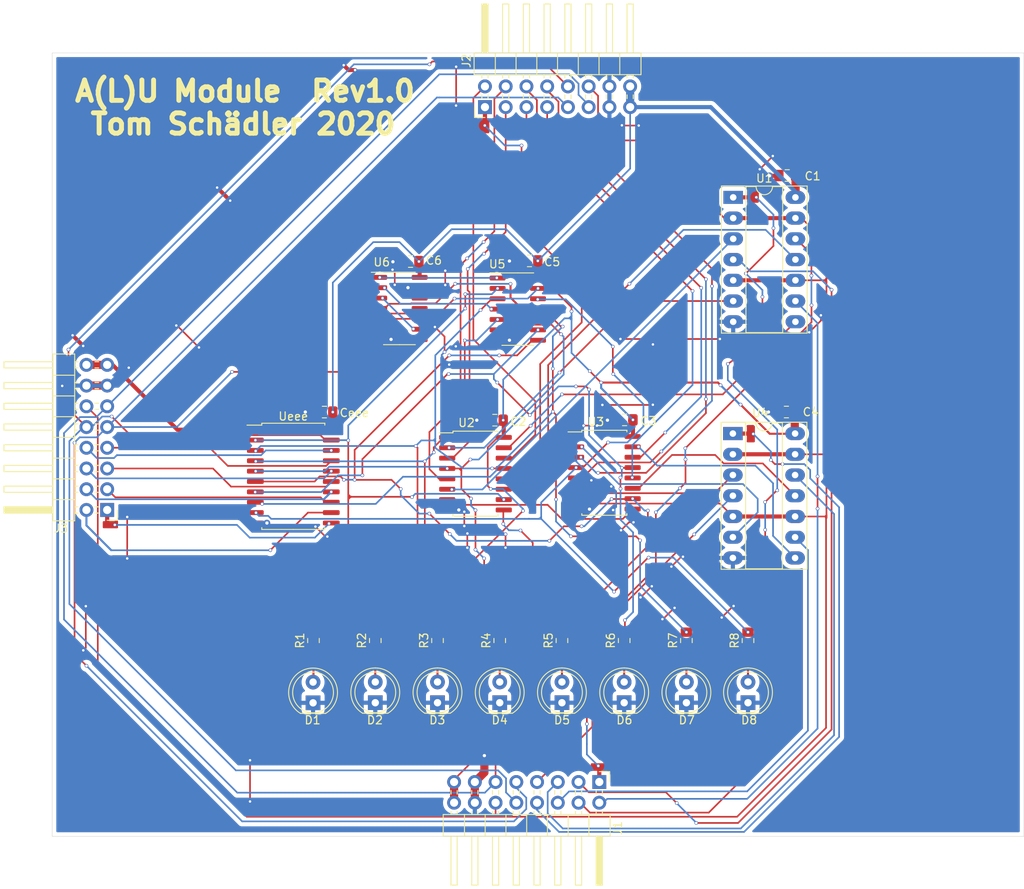
<source format=kicad_pcb>
(kicad_pcb (version 20200625) (host pcbnew "(5.99.0-2101-geb1ff80d5)")
  (layers (0 "F.Cu" signal) (31 "B.Cu" signal) (34 "B.Paste" user hide) (35 "F.Paste" user hide) (36 "B.SilkS" user hide) (37 "F.SilkS" user) (38 "B.Mask" user hide) (39 "F.Mask" user hide) (44 "Edge.Cuts" user))
  (net 0 "")
  (net 1 "GND")
  (net 2 "+5V")
  (net 3 "SU")
  (net 4 "CARRY")
  (net 5 "~EO")
  (net 6 "ZERO")
  (net 7 "D7")
  (net 8 "D6")
  (net 9 "D5")
  (net 10 "D4")
  (net 11 "D3")
  (net 12 "D2")
  (net 13 "D1")
  (net 14 "D0")
  (net 15 "REGB0")
  (net 16 "REGB1")
  (net 17 "REGB2")
  (net 18 "REGB3")
  (net 19 "REGB4")
  (net 20 "REGB5")
  (net 21 "REGB6")
  (net 22 "REGB7")
  (net 23 "RA0")
  (net 24 "RA1")
  (net 25 "RA2")
  (net 26 "RA3")
  (net 27 "RA4")
  (net 28 "RA5")
  (net 29 "RA6")
  (net 30 "RA7")
  (net 31 "ALU3")
  (net 32 "ALU2")
  (net 33 "ALU1")
  (net 34 "ALU0")
  (net 35 "BAI5")
  (net 36 "BAI7")
  (net 37 "BAI4")
  (net 38 "BAI6")
  (net 39 "BAI2")
  (net 40 "BAI3")
  (net 41 "BAI0")
  (net 42 "BAI1")
  (net 43 "Net-(U5-Pad13)")
  (net 44 "Net-(U5-Pad10)")
  (net 45 "Net-(U5-Pad4)")
  (net 46 "Net-(U5-Pad1)")
  (net 47 "Net-(U6-Pad10)")
  (net 48 "Net-(U6-Pad3)")
  (net 49 "Net-(D1-Pad2)")
  (net 50 "Net-(D2-Pad2)")
  (net 51 "Net-(D3-Pad2)")
  (net 52 "Net-(D4-Pad2)")
  (net 53 "Net-(D5-Pad2)")
  (net 54 "Net-(D6-Pad2)")
  (net 55 "Net-(D7-Pad2)")
  (net 56 "Net-(D8-Pad2)")
  (net 57 "Net-(U2-Pad7)")
  (net 58 "Net-(U6-Pad11)")
  (net 59 "ALU7")
  (net 60 "ALU6")
  (net 61 "ALU5")
  (net 62 "ALU4")
  (module "Package_SO:SO-16_5.3x10.2mm_P1.27mm" (layer "F.Cu") (at 72.84 85.5552)
    (fp_text reference "U2" (at -1.1 -6.2352) (layer "F.SilkS"))
    (fp_text value "74LS283")
    (pad "16" smd roundrect (at 3.4625 -4.445) (size 1.975 0.6) (layers "F.Cu" "F.Paste" "F.Mask") (net 2 "+5V"))
    (pad "15" smd roundrect (at 3.4625 -3.175) (size 1.975 0.6) (layers "F.Cu" "F.Paste" "F.Mask") (net 38 "BAI6"))
    (pad "14" smd roundrect (at 3.4625 -1.905) (size 1.975 0.6) (layers "F.Cu" "F.Paste" "F.Mask") (net 29 "RA6"))
    (pad "13" smd roundrect (at 3.4625 -0.635) (size 1.975 0.6) (layers "F.Cu" "F.Paste" "F.Mask") (net 60 "ALU6"))
    (pad "12" smd roundrect (at 3.4625 0.635) (size 1.975 0.6) (layers "F.Cu" "F.Paste" "F.Mask") (net 30 "RA7"))
    (pad "11" smd roundrect (at 3.4625 1.905) (size 1.975 0.6) (layers "F.Cu" "F.Paste" "F.Mask") (net 36 "BAI7"))
    (pad "10" smd roundrect (at 3.4625 3.175) (size 1.975 0.6) (layers "F.Cu" "F.Paste" "F.Mask") (net 59 "ALU7"))
    (pad "9" smd roundrect (at 3.4625 4.445) (size 1.975 0.6) (layers "F.Cu" "F.Paste" "F.Mask") (net 4 "CARRY"))
    (pad "8" smd roundrect (at -3.4625 4.445) (size 1.975 0.6) (layers "F.Cu" "F.Paste" "F.Mask") (net 1 "GND"))
    (pad "7" smd roundrect (at -3.4625 3.175) (size 1.975 0.6) (layers "F.Cu" "F.Paste" "F.Mask") (net 57 "Net-(U2-Pad7)"))
    (pad "6" smd roundrect (at -3.4625 1.905) (size 1.975 0.6) (layers "F.Cu" "F.Paste" "F.Mask") (net 37 "BAI4"))
    (pad "5" smd roundrect (at -3.4625 0.635) (size 1.975 0.6) (layers "F.Cu" "F.Paste" "F.Mask") (net 27 "RA4"))
    (pad "4" smd roundrect (at -3.4625 -0.635) (size 1.975 0.6) (layers "F.Cu" "F.Paste" "F.Mask") (net 62 "ALU4"))
    (pad "3" smd roundrect (at -3.4625 -1.905) (size 1.975 0.6) (layers "F.Cu" "F.Paste" "F.Mask") (net 28 "RA5"))
    (pad "2" smd roundrect (at -3.4625 -3.175) (size 1.975 0.6) (layers "F.Cu" "F.Paste" "F.Mask") (net 35 "BAI5"))
    (pad "1" smd roundrect (at -3.4625 -4.445) (size 1.975 0.6) (layers "F.Cu" "F.Paste" "F.Mask") (net 61 "ALU5"))
  )
  (module "Package_SO:SO-16_5.3x10.2mm_P1.27mm" (layer "F.Cu") (at 88.62125 85.44375)
    (fp_text reference "U3" (at -1.03125 -6.23375) (layer "F.SilkS"))
    (fp_text value "74LS283")
    (pad "16" smd roundrect (at 3.4625 -4.445) (size 1.975 0.6) (layers "F.Cu" "F.Paste" "F.Mask") (net 2 "+5V"))
    (pad "15" smd roundrect (at 3.4625 -3.175) (size 1.975 0.6) (layers "F.Cu" "F.Paste" "F.Mask") (net 39 "BAI2"))
    (pad "14" smd roundrect (at 3.4625 -1.905) (size 1.975 0.6) (layers "F.Cu" "F.Paste" "F.Mask") (net 25 "RA2"))
    (pad "13" smd roundrect (at 3.4625 -0.635) (size 1.975 0.6) (layers "F.Cu" "F.Paste" "F.Mask") (net 32 "ALU2"))
    (pad "12" smd roundrect (at 3.4625 0.635) (size 1.975 0.6) (layers "F.Cu" "F.Paste" "F.Mask") (net 26 "RA3"))
    (pad "11" smd roundrect (at 3.4625 1.905) (size 1.975 0.6) (layers "F.Cu" "F.Paste" "F.Mask") (net 40 "BAI3"))
    (pad "10" smd roundrect (at 3.4625 3.175) (size 1.975 0.6) (layers "F.Cu" "F.Paste" "F.Mask") (net 31 "ALU3"))
    (pad "9" smd roundrect (at 3.4625 4.445) (size 1.975 0.6) (layers "F.Cu" "F.Paste" "F.Mask") (net 57 "Net-(U2-Pad7)"))
    (pad "8" smd roundrect (at -3.4625 4.445) (size 1.975 0.6) (layers "F.Cu" "F.Paste" "F.Mask") (net 1 "GND"))
    (pad "7" smd roundrect (at -3.4625 3.175) (size 1.975 0.6) (layers "F.Cu" "F.Paste" "F.Mask") (net 3 "SU"))
    (pad "6" smd roundrect (at -3.4625 1.905) (size 1.975 0.6) (layers "F.Cu" "F.Paste" "F.Mask") (net 41 "BAI0"))
    (pad "5" smd roundrect (at -3.4625 0.635) (size 1.975 0.6) (layers "F.Cu" "F.Paste" "F.Mask") (net 23 "RA0"))
    (pad "4" smd roundrect (at -3.4625 -0.635) (size 1.975 0.6) (layers "F.Cu" "F.Paste" "F.Mask") (net 34 "ALU0"))
    (pad "3" smd roundrect (at -3.4625 -1.905) (size 1.975 0.6) (layers "F.Cu" "F.Paste" "F.Mask") (net 24 "RA1"))
    (pad "2" smd roundrect (at -3.4625 -3.175) (size 1.975 0.6) (layers "F.Cu" "F.Paste" "F.Mask") (net 42 "BAI1"))
    (pad "1" smd roundrect (at -3.4625 -4.445) (size 1.975 0.6) (layers "F.Cu" "F.Paste" "F.Mask") (net 33 "ALU1"))
  )
  (module "Resistor_SMD:R_0805_2012Metric_Pad1.15x1.40mm_HandSolder" (layer "F.Cu") (at 106.213 106 90)
    (fp_text reference "R8" (at 0 -1.65 90) (layer "F.SilkS"))
    (fp_text value "R")
    (pad "2" smd roundrect (at 1.025 0 90) (size 1.15 1.4) (layers "F.Cu" "F.Paste" "F.Mask") (roundrect_rratio 0.217391) (net 34 "ALU0"))
    (pad "1" smd roundrect (at -1.025 0 90) (size 1.15 1.4) (layers "F.Cu" "F.Paste" "F.Mask") (roundrect_rratio 0.217391) (net 56 "Net-(D8-Pad2)"))
  )
  (module "Resistor_SMD:R_0805_2012Metric_Pad1.15x1.40mm_HandSolder" (layer "F.Cu") (at 98.6692 106 90)
    (fp_text reference "R7" (at 0 -1.65 90) (layer "F.SilkS"))
    (fp_text value "R")
    (pad "2" smd roundrect (at 1.025 0 90) (size 1.15 1.4) (layers "F.Cu" "F.Paste" "F.Mask") (roundrect_rratio 0.217391) (net 33 "ALU1"))
    (pad "1" smd roundrect (at -1.025 0 90) (size 1.15 1.4) (layers "F.Cu" "F.Paste" "F.Mask") (roundrect_rratio 0.217391) (net 55 "Net-(D7-Pad2)"))
  )
  (module "Resistor_SMD:R_0805_2012Metric_Pad1.15x1.40mm_HandSolder" (layer "F.Cu") (at 91.0492 106 90)
    (fp_text reference "R6" (at 0 -1.65 90) (layer "F.SilkS"))
    (fp_text value "R")
    (pad "2" smd roundrect (at 1.025 0 90) (size 1.15 1.4) (layers "F.Cu" "F.Paste" "F.Mask") (roundrect_rratio 0.217391) (net 32 "ALU2"))
    (pad "1" smd roundrect (at -1.025 0 90) (size 1.15 1.4) (layers "F.Cu" "F.Paste" "F.Mask") (roundrect_rratio 0.217391) (net 54 "Net-(D6-Pad2)"))
  )
  (module "Resistor_SMD:R_0805_2012Metric_Pad1.15x1.40mm_HandSolder" (layer "F.Cu") (at 83.4292 106 90)
    (fp_text reference "R5" (at 0 -1.65 90) (layer "F.SilkS"))
    (fp_text value "R")
    (pad "2" smd roundrect (at 1.025 0 90) (size 1.15 1.4) (layers "F.Cu" "F.Paste" "F.Mask") (roundrect_rratio 0.217391) (net 31 "ALU3"))
    (pad "1" smd roundrect (at -1.025 0 90) (size 1.15 1.4) (layers "F.Cu" "F.Paste" "F.Mask") (roundrect_rratio 0.217391) (net 53 "Net-(D5-Pad2)"))
  )
  (module "Resistor_SMD:R_0805_2012Metric_Pad1.15x1.40mm_HandSolder" (layer "F.Cu") (at 75.8092 106 90)
    (fp_text reference "R4" (at 0 -1.65 90) (layer "F.SilkS"))
    (fp_text value "R")
    (pad "2" smd roundrect (at 1.025 0 90) (size 1.15 1.4) (layers "F.Cu" "F.Paste" "F.Mask") (roundrect_rratio 0.217391) (net 62 "ALU4"))
    (pad "1" smd roundrect (at -1.025 0 90) (size 1.15 1.4) (layers "F.Cu" "F.Paste" "F.Mask") (roundrect_rratio 0.217391) (net 52 "Net-(D4-Pad2)"))
  )
  (module "Resistor_SMD:R_0805_2012Metric_Pad1.15x1.40mm_HandSolder" (layer "F.Cu") (at 68.1892 106 90)
    (fp_text reference "R3" (at 0 -1.65 90) (layer "F.SilkS"))
    (fp_text value "R")
    (pad "2" smd roundrect (at 1.025 0 90) (size 1.15 1.4) (layers "F.Cu" "F.Paste" "F.Mask") (roundrect_rratio 0.217391) (net 61 "ALU5"))
    (pad "1" smd roundrect (at -1.025 0 90) (size 1.15 1.4) (layers "F.Cu" "F.Paste" "F.Mask") (roundrect_rratio 0.217391) (net 51 "Net-(D3-Pad2)"))
  )
  (module "Resistor_SMD:R_0805_2012Metric_Pad1.15x1.40mm_HandSolder" (layer "F.Cu") (at 60.5692 106 90)
    (fp_text reference "R2" (at 0 -1.65 90) (layer "F.SilkS"))
    (fp_text value "R")
    (pad "2" smd roundrect (at 1.025 0 90) (size 1.15 1.4) (layers "F.Cu" "F.Paste" "F.Mask") (roundrect_rratio 0.217391) (net 60 "ALU6"))
    (pad "1" smd roundrect (at -1.025 0 90) (size 1.15 1.4) (layers "F.Cu" "F.Paste" "F.Mask") (roundrect_rratio 0.217391) (net 50 "Net-(D2-Pad2)"))
  )
  (module "Resistor_SMD:R_0805_2012Metric_Pad1.15x1.40mm_HandSolder" (layer "F.Cu") (at 53 106 90)
    (fp_text reference "R1" (at 0 -1.65 90) (layer "F.SilkS"))
    (fp_text value "R")
    (pad "2" smd roundrect (at 1.025 0 90) (size 1.15 1.4) (layers "F.Cu" "F.Paste" "F.Mask") (roundrect_rratio 0.217391) (net 59 "ALU7"))
    (pad "1" smd roundrect (at -1.025 0 90) (size 1.15 1.4) (layers "F.Cu" "F.Paste" "F.Mask") (roundrect_rratio 0.217391) (net 49 "Net-(D1-Pad2)"))
  )
  (module "Package_SO:SOIC-20W_7.5x12.8mm_P1.27mm" (layer "F.Cu") (at 50.53 85.88)
    (fp_text reference "Ueee" (at 0 -7.35) (layer "F.SilkS"))
    (fp_text value "74LS245")
    (pad "20" smd roundrect (at 4.65 -5.715) (size 2.05 0.6) (layers "F.Cu" "F.Paste" "F.Mask") (net 2 "+5V"))
    (pad "19" smd roundrect (at 4.65 -4.445) (size 2.05 0.6) (layers "F.Cu" "F.Paste" "F.Mask") (net 5 "~EO"))
    (pad "18" smd roundrect (at 4.65 -3.175) (size 2.05 0.6) (layers "F.Cu" "F.Paste" "F.Mask") (net 7 "D7"))
    (pad "17" smd roundrect (at 4.65 -1.905) (size 2.05 0.6) (layers "F.Cu" "F.Paste" "F.Mask") (net 8 "D6"))
    (pad "16" smd roundrect (at 4.65 -0.635) (size 2.05 0.6) (layers "F.Cu" "F.Paste" "F.Mask") (net 9 "D5"))
    (pad "15" smd roundrect (at 4.65 0.635) (size 2.05 0.6) (layers "F.Cu" "F.Paste" "F.Mask") (net 10 "D4"))
    (pad "14" smd roundrect (at 4.65 1.905) (size 2.05 0.6) (layers "F.Cu" "F.Paste" "F.Mask") (net 11 "D3"))
    (pad "13" smd roundrect (at 4.65 3.175) (size 2.05 0.6) (layers "F.Cu" "F.Paste" "F.Mask") (net 12 "D2"))
    (pad "12" smd roundrect (at 4.65 4.445) (size 2.05 0.6) (layers "F.Cu" "F.Paste" "F.Mask") (net 13 "D1"))
    (pad "11" smd roundrect (at 4.65 5.715) (size 2.05 0.6) (layers "F.Cu" "F.Paste" "F.Mask") (net 14 "D0"))
    (pad "10" smd roundrect (at -4.65 5.715) (size 2.05 0.6) (layers "F.Cu" "F.Paste" "F.Mask") (net 1 "GND"))
    (pad "9" smd roundrect (at -4.65 4.445) (size 2.05 0.6) (layers "F.Cu" "F.Paste" "F.Mask") (net 34 "ALU0"))
    (pad "8" smd roundrect (at -4.65 3.175) (size 2.05 0.6) (layers "F.Cu" "F.Paste" "F.Mask") (net 33 "ALU1"))
    (pad "7" smd roundrect (at -4.65 1.905) (size 2.05 0.6) (layers "F.Cu" "F.Paste" "F.Mask") (net 32 "ALU2"))
    (pad "6" smd roundrect (at -4.65 0.635) (size 2.05 0.6) (layers "F.Cu" "F.Paste" "F.Mask") (net 31 "ALU3"))
    (pad "5" smd roundrect (at -4.65 -0.635) (size 2.05 0.6) (layers "F.Cu" "F.Paste" "F.Mask") (net 62 "ALU4"))
    (pad "4" smd roundrect (at -4.65 -1.905) (size 2.05 0.6) (layers "F.Cu" "F.Paste" "F.Mask") (net 61 "ALU5"))
    (pad "3" smd roundrect (at -4.65 -3.175) (size 2.05 0.6) (layers "F.Cu" "F.Paste" "F.Mask") (net 60 "ALU6"))
    (pad "2" smd roundrect (at -4.65 -4.445) (size 2.05 0.6) (layers "F.Cu" "F.Paste" "F.Mask") (net 59 "ALU7"))
    (pad "1" smd roundrect (at -4.65 -5.715) (size 2.05 0.6) (layers "F.Cu" "F.Paste" "F.Mask") (net 2 "+5V"))
  )
  (module "Package_SO:SOIC-14_3.9x8.7mm_P1.27mm" (layer "F.Cu") (at 63.525 65.31)
    (fp_text reference "U6" (at -2.165 -5.67) (layer "F.SilkS"))
    (fp_text value "74LS08")
    (pad "14" smd roundrect (at 2.475 -3.81) (size 1.95 0.6) (layers "F.Cu" "F.Paste" "F.Mask") (net 2 "+5V"))
    (pad "13" smd roundrect (at 2.475 -2.54) (size 1.95 0.6) (layers "F.Cu" "F.Paste" "F.Mask") (net 1 "GND"))
    (pad "12" smd roundrect (at 2.475 -1.27) (size 1.95 0.6) (layers "F.Cu" "F.Paste" "F.Mask") (net 1 "GND"))
    (pad "11" smd roundrect (at 2.475 0) (size 1.95 0.6) (layers "F.Cu" "F.Paste" "F.Mask") (net 58 "Net-(U6-Pad11)"))
    (pad "10" smd roundrect (at 2.475 1.27) (size 1.95 0.6) (layers "F.Cu" "F.Paste" "F.Mask") (net 47 "Net-(U6-Pad10)"))
    (pad "9" smd roundrect (at 2.475 2.54) (size 1.95 0.6) (layers "F.Cu" "F.Paste" "F.Mask") (net 48 "Net-(U6-Pad3)"))
    (pad "8" smd roundrect (at 2.475 3.81) (size 1.95 0.6) (layers "F.Cu" "F.Paste" "F.Mask") (net 6 "ZERO"))
    (pad "7" smd roundrect (at -2.475 3.81) (size 1.95 0.6) (layers "F.Cu" "F.Paste" "F.Mask") (net 1 "GND"))
    (pad "6" smd roundrect (at -2.475 2.54) (size 1.95 0.6) (layers "F.Cu" "F.Paste" "F.Mask") (net 47 "Net-(U6-Pad10)"))
    (pad "5" smd roundrect (at -2.475 1.27) (size 1.95 0.6) (layers "F.Cu" "F.Paste" "F.Mask") (net 43 "Net-(U5-Pad13)"))
    (pad "4" smd roundrect (at -2.475 0) (size 1.95 0.6) (layers "F.Cu" "F.Paste" "F.Mask") (net 44 "Net-(U5-Pad10)"))
    (pad "3" smd roundrect (at -2.475 -1.27) (size 1.95 0.6) (layers "F.Cu" "F.Paste" "F.Mask") (net 48 "Net-(U6-Pad3)"))
    (pad "2" smd roundrect (at -2.475 -2.54) (size 1.95 0.6) (layers "F.Cu" "F.Paste" "F.Mask") (net 45 "Net-(U5-Pad4)"))
    (pad "1" smd roundrect (at -2.475 -3.81) (size 1.95 0.6) (layers "F.Cu" "F.Paste" "F.Mask") (net 46 "Net-(U5-Pad1)"))
  )
  (module "Package_SO:SOIC-14_3.9x8.7mm_P1.27mm" (layer "F.Cu") (at 78.0212 65.392)
    (fp_text reference "U5" (at -2.5212 -5.512) (layer "F.SilkS"))
    (fp_text value "74LS02")
    (pad "14" smd roundrect (at 2.475 -3.81) (size 1.95 0.6) (layers "F.Cu" "F.Paste" "F.Mask") (net 2 "+5V"))
    (pad "13" smd roundrect (at 2.475 -2.54) (size 1.95 0.6) (layers "F.Cu" "F.Paste" "F.Mask") (net 43 "Net-(U5-Pad13)"))
    (pad "12" smd roundrect (at 2.475 -1.27) (size 1.95 0.6) (layers "F.Cu" "F.Paste" "F.Mask") (net 34 "ALU0"))
    (pad "11" smd roundrect (at 2.475 0) (size 1.95 0.6) (layers "F.Cu" "F.Paste" "F.Mask") (net 33 "ALU1"))
    (pad "10" smd roundrect (at 2.475 1.27) (size 1.95 0.6) (layers "F.Cu" "F.Paste" "F.Mask") (net 44 "Net-(U5-Pad10)"))
    (pad "9" smd roundrect (at 2.475 2.54) (size 1.95 0.6) (layers "F.Cu" "F.Paste" "F.Mask") (net 32 "ALU2"))
    (pad "8" smd roundrect (at 2.475 3.81) (size 1.95 0.6) (layers "F.Cu" "F.Paste" "F.Mask") (net 31 "ALU3"))
    (pad "7" smd roundrect (at -2.475 3.81) (size 1.95 0.6) (layers "F.Cu" "F.Paste" "F.Mask") (net 1 "GND"))
    (pad "6" smd roundrect (at -2.475 2.54) (size 1.95 0.6) (layers "F.Cu" "F.Paste" "F.Mask") (net 62 "ALU4"))
    (pad "5" smd roundrect (at -2.475 1.27) (size 1.95 0.6) (layers "F.Cu" "F.Paste" "F.Mask") (net 61 "ALU5"))
    (pad "4" smd roundrect (at -2.475 0) (size 1.95 0.6) (layers "F.Cu" "F.Paste" "F.Mask") (net 45 "Net-(U5-Pad4)"))
    (pad "3" smd roundrect (at -2.475 -1.27) (size 1.95 0.6) (layers "F.Cu" "F.Paste" "F.Mask") (net 60 "ALU6"))
    (pad "2" smd roundrect (at -2.475 -2.54) (size 1.95 0.6) (layers "F.Cu" "F.Paste" "F.Mask") (net 59 "ALU7"))
    (pad "1" smd roundrect (at -2.475 -3.81) (size 1.95 0.6) (layers "F.Cu" "F.Paste" "F.Mask") (net 46 "Net-(U5-Pad1)"))
  )
  (module "Package_DIP:DIP-14_W7.62mm_Socket_LongPads" (layer "F.Cu") (at 104.36 80.64)
    (fp_text reference "U4" (at 3.35 -2.53) (layer "F.SilkS"))
    (fp_text value "74LS86")
    (pad "14" thru_hole oval (at 7.62 0) (size 2.4 1.6) (drill 0.8) (layers *.Cu *.Mask) (net 2 "+5V"))
    (pad "7" thru_hole oval (at 0 15.24) (size 2.4 1.6) (drill 0.8) (layers *.Cu *.Mask) (net 1 "GND"))
    (pad "13" thru_hole oval (at 7.62 2.54) (size 2.4 1.6) (drill 0.8) (layers *.Cu *.Mask) (net 3 "SU"))
    (pad "6" thru_hole oval (at 0 12.7) (size 2.4 1.6) (drill 0.8) (layers *.Cu *.Mask) (net 42 "BAI1"))
    (pad "12" thru_hole oval (at 7.62 5.08) (size 2.4 1.6) (drill 0.8) (layers *.Cu *.Mask) (net 18 "REGB3"))
    (pad "5" thru_hole oval (at 0 10.16) (size 2.4 1.6) (drill 0.8) (layers *.Cu *.Mask) (net 3 "SU"))
    (pad "11" thru_hole oval (at 7.62 7.62) (size 2.4 1.6) (drill 0.8) (layers *.Cu *.Mask) (net 40 "BAI3"))
    (pad "4" thru_hole oval (at 0 7.62) (size 2.4 1.6) (drill 0.8) (layers *.Cu *.Mask) (net 16 "REGB1"))
    (pad "10" thru_hole oval (at 7.62 10.16) (size 2.4 1.6) (drill 0.8) (layers *.Cu *.Mask) (net 3 "SU"))
    (pad "3" thru_hole oval (at 0 5.08) (size 2.4 1.6) (drill 0.8) (layers *.Cu *.Mask) (net 41 "BAI0"))
    (pad "9" thru_hole oval (at 7.62 12.7) (size 2.4 1.6) (drill 0.8) (layers *.Cu *.Mask) (net 17 "REGB2"))
    (pad "2" thru_hole oval (at 0 2.54) (size 2.4 1.6) (drill 0.8) (layers *.Cu *.Mask) (net 3 "SU"))
    (pad "8" thru_hole oval (at 7.62 15.24) (size 2.4 1.6) (drill 0.8) (layers *.Cu *.Mask) (net 39 "BAI2"))
    (pad "1" thru_hole rect (at 0 0) (size 2.4 1.6) (drill 0.8) (layers *.Cu *.Mask) (net 15 "REGB0"))
  )
  (module "Package_DIP:DIP-14_W7.62mm_Socket_LongPads" (layer "F.Cu") (at 104.4 51.7)
    (fp_text reference "U1" (at 3.81 -2.33) (layer "F.SilkS"))
    (fp_text value "74LS86")
    (pad "14" thru_hole oval (at 7.62 0) (size 2.4 1.6) (drill 0.8) (layers *.Cu *.Mask) (net 2 "+5V"))
    (pad "7" thru_hole oval (at 0 15.24) (size 2.4 1.6) (drill 0.8) (layers *.Cu *.Mask) (net 1 "GND"))
    (pad "13" thru_hole oval (at 7.62 2.54) (size 2.4 1.6) (drill 0.8) (layers *.Cu *.Mask) (net 3 "SU"))
    (pad "6" thru_hole oval (at 0 12.7) (size 2.4 1.6) (drill 0.8) (layers *.Cu *.Mask) (net 35 "BAI5"))
    (pad "12" thru_hole oval (at 7.62 5.08) (size 2.4 1.6) (drill 0.8) (layers *.Cu *.Mask) (net 22 "REGB7"))
    (pad "5" thru_hole oval (at 0 10.16) (size 2.4 1.6) (drill 0.8) (layers *.Cu *.Mask) (net 3 "SU"))
    (pad "11" thru_hole oval (at 7.62 7.62) (size 2.4 1.6) (drill 0.8) (layers *.Cu *.Mask) (net 36 "BAI7"))
    (pad "4" thru_hole oval (at 0 7.62) (size 2.4 1.6) (drill 0.8) (layers *.Cu *.Mask) (net 20 "REGB5"))
    (pad "10" thru_hole oval (at 7.62 10.16) (size 2.4 1.6) (drill 0.8) (layers *.Cu *.Mask) (net 3 "SU"))
    (pad "3" thru_hole oval (at 0 5.08) (size 2.4 1.6) (drill 0.8) (layers *.Cu *.Mask) (net 37 "BAI4"))
    (pad "9" thru_hole oval (at 7.62 12.7) (size 2.4 1.6) (drill 0.8) (layers *.Cu *.Mask) (net 21 "REGB6"))
    (pad "2" thru_hole oval (at 0 2.54) (size 2.4 1.6) (drill 0.8) (layers *.Cu *.Mask) (net 3 "SU"))
    (pad "8" thru_hole oval (at 7.62 15.24) (size 2.4 1.6) (drill 0.8) (layers *.Cu *.Mask) (net 38 "BAI6"))
    (pad "1" thru_hole rect (at 0 0) (size 2.4 1.6) (drill 0.8) (layers *.Cu *.Mask) (net 19 "REGB4"))
  )
  (module "Connector_PinHeader_2.54mm:PinHeader_2x08_P2.54mm_Horizontal" (layer "F.Cu") (at 27.7368 90 180)
    (fp_text reference "J3" (at 5.655 -2.27) (layer "F.SilkS"))
    (fp_text value "Conn_02x08_Counter_Clockwise")
    (pad "16" thru_hole oval (at 2.54 17.78 180) (size 1.7 1.7) (drill 1) (layers *.Cu *.Mask) (net 2 "+5V"))
    (pad "15" thru_hole oval (at 0 17.78 180) (size 1.7 1.7) (drill 1) (layers *.Cu *.Mask) (net 2 "+5V"))
    (pad "14" thru_hole oval (at 2.54 15.24 180) (size 1.7 1.7) (drill 1) (layers *.Cu *.Mask) (net 1 "GND"))
    (pad "13" thru_hole oval (at 0 15.24 180) (size 1.7 1.7) (drill 1) (layers *.Cu *.Mask) (net 1 "GND"))
    (pad "12" thru_hole oval (at 2.54 12.7 180) (size 1.7 1.7) (drill 1) (layers *.Cu *.Mask) (net 3 "SU"))
    (pad "11" thru_hole oval (at 0 12.7 180) (size 1.7 1.7) (drill 1) (layers *.Cu *.Mask) (net 4 "CARRY"))
    (pad "10" thru_hole oval (at 2.54 10.16 180) (size 1.7 1.7) (drill 1) (layers *.Cu *.Mask) (net 5 "~EO"))
    (pad "9" thru_hole oval (at 0 10.16 180) (size 1.7 1.7) (drill 1) (layers *.Cu *.Mask) (net 6 "ZERO"))
    (pad "8" thru_hole oval (at 2.54 7.62 180) (size 1.7 1.7) (drill 1) (layers *.Cu *.Mask) (net 7 "D7"))
    (pad "7" thru_hole oval (at 0 7.62 180) (size 1.7 1.7) (drill 1) (layers *.Cu *.Mask) (net 8 "D6"))
    (pad "6" thru_hole oval (at 2.54 5.08 180) (size 1.7 1.7) (drill 1) (layers *.Cu *.Mask) (net 9 "D5"))
    (pad "5" thru_hole oval (at 0 5.08 180) (size 1.7 1.7) (drill 1) (layers *.Cu *.Mask) (net 10 "D4"))
    (pad "4" thru_hole oval (at 2.54 2.54 180) (size 1.7 1.7) (drill 1) (layers *.Cu *.Mask) (net 11 "D3"))
    (pad "3" thru_hole oval (at 0 2.54 180) (size 1.7 1.7) (drill 1) (layers *.Cu *.Mask) (net 12 "D2"))
    (pad "2" thru_hole oval (at 2.54 0 180) (size 1.7 1.7) (drill 1) (layers *.Cu *.Mask) (net 13 "D1"))
    (pad "1" thru_hole rect (at 0 0 180) (size 1.7 1.7) (drill 1) (layers *.Cu *.Mask) (net 14 "D0"))
  )
  (module "Connector_PinHeader_2.54mm:PinHeader_2x08_P2.54mm_Horizontal" (layer "F.Cu") (at 74 40.64 90)
    (fp_text reference "J2" (at 5.655 -2.27 90) (layer "F.SilkS"))
    (fp_text value "Conn_02x08_Counter_Clockwise")
    (pad "16" thru_hole oval (at 2.54 17.78 90) (size 1.7 1.7) (drill 1) (layers *.Cu *.Mask) (net 2 "+5V"))
    (pad "15" thru_hole oval (at 0 17.78 90) (size 1.7 1.7) (drill 1) (layers *.Cu *.Mask) (net 2 "+5V"))
    (pad "14" thru_hole oval (at 2.54 15.24 90) (size 1.7 1.7) (drill 1) (layers *.Cu *.Mask) (net 1 "GND"))
    (pad "13" thru_hole oval (at 0 15.24 90) (size 1.7 1.7) (drill 1) (layers *.Cu *.Mask) (net 1 "GND"))
    (pad "12" thru_hole oval (at 2.54 12.7 90) (size 1.7 1.7) (drill 1) (layers *.Cu *.Mask) (net 3 "SU"))
    (pad "11" thru_hole oval (at 0 12.7 90) (size 1.7 1.7) (drill 1) (layers *.Cu *.Mask) (net 4 "CARRY"))
    (pad "10" thru_hole oval (at 2.54 10.16 90) (size 1.7 1.7) (drill 1) (layers *.Cu *.Mask) (net 5 "~EO"))
    (pad "9" thru_hole oval (at 0 10.16 90) (size 1.7 1.7) (drill 1) (layers *.Cu *.Mask) (net 6 "ZERO"))
    (pad "8" thru_hole oval (at 2.54 7.62 90) (size 1.7 1.7) (drill 1) (layers *.Cu *.Mask) (net 23 "RA0"))
    (pad "7" thru_hole oval (at 0 7.62 90) (size 1.7 1.7) (drill 1) (layers *.Cu *.Mask) (net 24 "RA1"))
    (pad "6" thru_hole oval (at 2.54 5.08 90) (size 1.7 1.7) (drill 1) (layers *.Cu *.Mask) (net 25 "RA2"))
    (pad "5" thru_hole oval (at 0 5.08 90) (size 1.7 1.7) (drill 1) (layers *.Cu *.Mask) (net 26 "RA3"))
    (pad "4" thru_hole oval (at 2.54 2.54 90) (size 1.7 1.7) (drill 1) (layers *.Cu *.Mask) (net 27 "RA4"))
    (pad "3" thru_hole oval (at 0 2.54 90) (size 1.7 1.7) (drill 1) (layers *.Cu *.Mask) (net 28 "RA5"))
    (pad "2" thru_hole oval (at 2.54 0 90) (size 1.7 1.7) (drill 1) (layers *.Cu *.Mask) (net 29 "RA6"))
    (pad "1" thru_hole rect (at 0 0 90) (size 1.7 1.7) (drill 1) (layers *.Cu *.Mask) (net 30 "RA7"))
  )
  (module "Connector_PinHeader_2.54mm:PinHeader_2x08_P2.54mm_Horizontal" (layer "F.Cu") (at 88 123.3316 -90)
    (fp_text reference "J1" (at 5.655 -2.27 90) (layer "F.SilkS"))
    (fp_text value "Conn_02x08_Counter_Clockwise")
    (pad "16" thru_hole oval (at 2.54 17.78 270) (size 1.7 1.7) (drill 1) (layers *.Cu *.Mask) (net 2 "+5V"))
    (pad "15" thru_hole oval (at 0 17.78 270) (size 1.7 1.7) (drill 1) (layers *.Cu *.Mask) (net 2 "+5V"))
    (pad "14" thru_hole oval (at 2.54 15.24 270) (size 1.7 1.7) (drill 1) (layers *.Cu *.Mask) (net 1 "GND"))
    (pad "13" thru_hole oval (at 0 15.24 270) (size 1.7 1.7) (drill 1) (layers *.Cu *.Mask) (net 1 "GND"))
    (pad "12" thru_hole oval (at 2.54 12.7 270) (size 1.7 1.7) (drill 1) (layers *.Cu *.Mask) (net 3 "SU"))
    (pad "11" thru_hole oval (at 0 12.7 270) (size 1.7 1.7) (drill 1) (layers *.Cu *.Mask) (net 4 "CARRY"))
    (pad "10" thru_hole oval (at 2.54 10.16 270) (size 1.7 1.7) (drill 1) (layers *.Cu *.Mask) (net 5 "~EO"))
    (pad "9" thru_hole oval (at 0 10.16 270) (size 1.7 1.7) (drill 1) (layers *.Cu *.Mask) (net 6 "ZERO"))
    (pad "8" thru_hole oval (at 2.54 7.62 270) (size 1.7 1.7) (drill 1) (layers *.Cu *.Mask) (net 15 "REGB0"))
    (pad "7" thru_hole oval (at 0 7.62 270) (size 1.7 1.7) (drill 1) (layers *.Cu *.Mask) (net 16 "REGB1"))
    (pad "6" thru_hole oval (at 2.54 5.08 270) (size 1.7 1.7) (drill 1) (layers *.Cu *.Mask) (net 17 "REGB2"))
    (pad "5" thru_hole oval (at 0 5.08 270) (size 1.7 1.7) (drill 1) (layers *.Cu *.Mask) (net 18 "REGB3"))
    (pad "4" thru_hole oval (at 2.54 2.54 270) (size 1.7 1.7) (drill 1) (layers *.Cu *.Mask) (net 19 "REGB4"))
    (pad "3" thru_hole oval (at 0 2.54 270) (size 1.7 1.7) (drill 1) (layers *.Cu *.Mask) (net 20 "REGB5"))
    (pad "2" thru_hole oval (at 2.54 0 270) (size 1.7 1.7) (drill 1) (layers *.Cu *.Mask) (net 21 "REGB6"))
    (pad "1" thru_hole rect (at 0 0 270) (size 1.7 1.7) (drill 1) (layers *.Cu *.Mask) (net 22 "REGB7"))
  )
  (module "LED_THT:LED_D5.0mm" (layer "F.Cu") (at 106.213 113.62 90)
    (fp_text reference "D8" (at -2.13 0.137 180) (layer "F.SilkS"))
    (fp_text value "LED")
    (pad "2" thru_hole circle (at 2.54 0 90) (size 1.8 1.8) (drill 0.9) (layers *.Cu *.Mask) (net 56 "Net-(D8-Pad2)"))
    (pad "1" thru_hole rect (at 0 0 90) (size 1.8 1.8) (drill 0.9) (layers *.Cu *.Mask) (net 1 "GND"))
  )
  (module "LED_THT:LED_D5.0mm" (layer "F.Cu") (at 98.6692 113.62 90)
    (fp_text reference "D7" (at -2.13 0.043652 180) (layer "F.SilkS"))
    (fp_text value "LED")
    (pad "2" thru_hole circle (at 2.54 0 90) (size 1.8 1.8) (drill 0.9) (layers *.Cu *.Mask) (net 55 "Net-(D7-Pad2)"))
    (pad "1" thru_hole rect (at 0 0 90) (size 1.8 1.8) (drill 0.9) (layers *.Cu *.Mask) (net 1 "GND"))
  )
  (module "LED_THT:LED_D5.0mm" (layer "F.Cu") (at 91.0492 113.62 90)
    (fp_text reference "D6" (at -2.13 0.02651 180) (layer "F.SilkS"))
    (fp_text value "LED")
    (pad "2" thru_hole circle (at 2.54 0 90) (size 1.8 1.8) (drill 0.9) (layers *.Cu *.Mask) (net 54 "Net-(D6-Pad2)"))
    (pad "1" thru_hole rect (at 0 0 90) (size 1.8 1.8) (drill 0.9) (layers *.Cu *.Mask) (net 1 "GND"))
  )
  (module "LED_THT:LED_D5.0mm" (layer "F.Cu") (at 83.4292 113.62 90)
    (fp_text reference "D5" (at -2.13 0.009368 180) (layer "F.SilkS"))
    (fp_text value "LED")
    (pad "2" thru_hole circle (at 2.54 0 90) (size 1.8 1.8) (drill 0.9) (layers *.Cu *.Mask) (net 53 "Net-(D5-Pad2)"))
    (pad "1" thru_hole rect (at 0 0 90) (size 1.8 1.8) (drill 0.9) (layers *.Cu *.Mask) (net 1 "GND"))
  )
  (module "LED_THT:LED_D5.0mm" (layer "F.Cu") (at 75.8092 113.62 90)
    (fp_text reference "D4" (at -2.13 -0.007774 180) (layer "F.SilkS"))
    (fp_text value "LED")
    (pad "2" thru_hole circle (at 2.54 0 90) (size 1.8 1.8) (drill 0.9) (layers *.Cu *.Mask) (net 52 "Net-(D4-Pad2)"))
    (pad "1" thru_hole rect (at 0 0 90) (size 1.8 1.8) (drill 0.9) (layers *.Cu *.Mask) (net 1 "GND"))
  )
  (module "LED_THT:LED_D5.0mm" (layer "F.Cu") (at 68.1892 113.62 90)
    (fp_text reference "D3" (at -2.13 -0.024916 180) (layer "F.SilkS"))
    (fp_text value "LED")
    (pad "2" thru_hole circle (at 2.54 0 90) (size 1.8 1.8) (drill 0.9) (layers *.Cu *.Mask) (net 51 "Net-(D3-Pad2)"))
    (pad "1" thru_hole rect (at 0 0 90) (size 1.8 1.8) (drill 0.9) (layers *.Cu *.Mask) (net 1 "GND"))
  )
  (module "LED_THT:LED_D5.0mm" (layer "F.Cu") (at 60.5692 113.62 90)
    (fp_text reference "D2" (at -2.13 -0.042058 180) (layer "F.SilkS"))
    (fp_text value "LED")
    (pad "2" thru_hole circle (at 2.54 0 90) (size 1.8 1.8) (drill 0.9) (layers *.Cu *.Mask) (net 50 "Net-(D2-Pad2)"))
    (pad "1" thru_hole rect (at 0 0 90) (size 1.8 1.8) (drill 0.9) (layers *.Cu *.Mask) (net 1 "GND"))
  )
  (module "LED_THT:LED_D5.0mm" (layer "F.Cu") (at 52.9492 113.6335 90)
    (fp_text reference "D1" (at -2.1165 -0.0592 180) (layer "F.SilkS"))
    (fp_text value "LED")
    (pad "2" thru_hole circle (at 2.54 0 90) (size 1.8 1.8) (drill 0.9) (layers *.Cu *.Mask) (net 49 "Net-(D1-Pad2)"))
    (pad "1" thru_hole rect (at 0 0 90) (size 1.8 1.8) (drill 0.9) (layers *.Cu *.Mask) (net 1 "GND"))
  )
  (module "Capacitor_SMD:C_0805_2012Metric_Pad1.15x1.40mm_HandSolder" (layer "F.Cu") (at 54.34 78.006 180)
    (fp_text reference "Ceee" (at -3.66 -0.094) (layer "F.SilkS"))
    (fp_text value "C")
    (pad "2" smd roundrect (at 1.025 0 180) (size 1.15 1.4) (layers "F.Cu" "F.Paste" "F.Mask") (roundrect_rratio 0.217391) (net 1 "GND"))
    (pad "1" smd roundrect (at -1.025 0 180) (size 1.15 1.4) (layers "F.Cu" "F.Paste" "F.Mask") (roundrect_rratio 0.217391) (net 2 "+5V"))
  )
  (module "Capacitor_SMD:C_0805_2012Metric_Pad1.15x1.40mm_HandSolder" (layer "F.Cu") (at 64.8882 59.5584 180)
    (fp_text reference "C6" (at -2.8618 0.1284) (layer "F.SilkS"))
    (fp_text value "C")
    (pad "2" smd roundrect (at 1.025 0 180) (size 1.15 1.4) (layers "F.Cu" "F.Paste" "F.Mask") (roundrect_rratio 0.217391) (net 1 "GND"))
    (pad "1" smd roundrect (at -1.025 0 180) (size 1.15 1.4) (layers "F.Cu" "F.Paste" "F.Mask") (roundrect_rratio 0.217391) (net 2 "+5V"))
  )
  (module "Capacitor_SMD:C_0805_2012Metric_Pad1.15x1.40mm_HandSolder" (layer "F.Cu") (at 79.45 59.48 180)
    (fp_text reference "C5" (at -2.78 -0.14) (layer "F.SilkS"))
    (fp_text value "C")
    (pad "2" smd roundrect (at 1.025 0 180) (size 1.15 1.4) (layers "F.Cu" "F.Paste" "F.Mask") (roundrect_rratio 0.217391) (net 1 "GND"))
    (pad "1" smd roundrect (at -1.025 0 180) (size 1.15 1.4) (layers "F.Cu" "F.Paste" "F.Mask") (roundrect_rratio 0.217391) (net 2 "+5V"))
  )
  (module "Capacitor_SMD:C_0805_2012Metric_Pad1.15x1.40mm_HandSolder" (layer "F.Cu") (at 110.915 78 180)
    (fp_text reference "C4" (at -2.985 0) (layer "F.SilkS"))
    (fp_text value "C")
    (pad "2" smd roundrect (at 1.025 0 180) (size 1.15 1.4) (layers "F.Cu" "F.Paste" "F.Mask") (roundrect_rratio 0.217391) (net 1 "GND"))
    (pad "1" smd roundrect (at -1.025 0 180) (size 1.15 1.4) (layers "F.Cu" "F.Paste" "F.Mask") (roundrect_rratio 0.217391) (net 2 "+5V"))
  )
  (module "Capacitor_SMD:C_0805_2012Metric_Pad1.15x1.40mm_HandSolder" (layer "F.Cu") (at 91.1 78.96 180)
    (fp_text reference "C3" (at -2.92 -0.13) (layer "F.SilkS"))
    (fp_text value "C")
    (pad "2" smd roundrect (at 1.025 0 180) (size 1.15 1.4) (layers "F.Cu" "F.Paste" "F.Mask") (roundrect_rratio 0.217391) (net 1 "GND"))
    (pad "1" smd roundrect (at -1.025 0 180) (size 1.15 1.4) (layers "F.Cu" "F.Paste" "F.Mask") (roundrect_rratio 0.217391) (net 2 "+5V"))
  )
  (module "Capacitor_SMD:C_0805_2012Metric_Pad1.15x1.40mm_HandSolder" (layer "F.Cu") (at 75.21 79 180)
    (fp_text reference "C2" (at -2.88 -0.19) (layer "F.SilkS"))
    (fp_text value "C")
    (pad "2" smd roundrect (at 1.025 0 180) (size 1.15 1.4) (layers "F.Cu" "F.Paste" "F.Mask") (roundrect_rratio 0.217391) (net 1 "GND"))
    (pad "1" smd roundrect (at -1.025 0 180) (size 1.15 1.4) (layers "F.Cu" "F.Paste" "F.Mask") (roundrect_rratio 0.217391) (net 2 "+5V"))
  )
  (module "Capacitor_SMD:C_0805_2012Metric_Pad1.15x1.40mm_HandSolder" (layer "F.Cu") (at 111.015 49.02 180)
    (fp_text reference "C1" (at -3.115 -0.08) (layer "F.SilkS"))
    (fp_text value "C")
    (pad "2" smd roundrect (at 1.025 0 180) (size 1.15 1.4) (layers "F.Cu" "F.Paste" "F.Mask") (roundrect_rratio 0.217391) (net 1 "GND"))
    (pad "1" smd roundrect (at -1.025 0 180) (size 1.15 1.4) (layers "F.Cu" "F.Paste" "F.Mask") (roundrect_rratio 0.217391) (net 2 "+5V"))
  )
  (gr_text "A(L)U Module  Rev1.0\n Tom Schädler 2020\n" (at 23.5 40.7) (layer "F.SilkS") (effects (font (size 2.5 2.5) (thickness 0.6)) (justify left)))
  (gr_line (start 21 130) (end 21 34) (layer "Edge.Cuts") (width 0.05))
  (gr_line (start 140 130) (end 21 130) (layer "Edge.Cuts") (width 0.05))
  (gr_line (start 140 34) (end 140 130) (layer "Edge.Cuts") (width 0.05))
  (gr_line (start 21 34) (end 140 34) (layer "Edge.Cuts") (width 0.05))
  (via (at 73.93 120.1) (size 0.8) (drill 0.4) (layers "F.Cu" "B.Cu") (net 1))
  (segment (start 73.93 122.1616) (end 73.93 120.1) (width 1) (layer "F.Cu") (net 1))
  (segment (start 72.76 123.3316) (end 73.93 122.1616) (width 1) (layer "F.Cu") (net 1))
  (segment (start 72.76 125.8716) (end 72.76 123.3316) (width 1) (layer "F.Cu") (net 1))
  (segment (start 58.1 36.1) (end 57.3 36.1) (width 0.5) (layer "F.Cu") (net 1))
  (segment (start 57.3 36.1) (end 56.7 35.5) (width 0.5) (layer "F.Cu") (net 1))
  (via (at 56.7 35.5) (size 0.43) (drill 0.3) (layers "F.Cu" "B.Cu") (net 1))
  (via (at 58.1 36.1) (size 0.43) (drill 0.3) (layers "F.Cu" "B.Cu") (net 1))
  (via (at 41.2 50.5) (size 0.43) (drill 0.3) (layers "F.Cu" "B.Cu") (net 1))
  (segment (start 42.8 52.1) (end 41.2 50.5) (width 0.5) (layer "F.Cu") (net 1))
  (via (at 42.8 52.1) (size 0.43) (drill 0.3) (layers "F.Cu" "B.Cu") (net 1))
  (via (at 23.5 68.6) (size 0.43) (drill 0.3) (layers "F.Cu" "B.Cu") (net 1))
  (segment (start 24.8 69.9) (end 23.5 68.6) (width 0.5) (layer "F.Cu") (net 1))
  (via (at 24.8 69.9) (size 0.43) (drill 0.3) (layers "F.Cu" "B.Cu") (net 1))
  (segment (start 67.2 35.4) (end 57.95 35.4) (width 0.2) (layer "B.Cu") (net 5))
  (segment (start 57.95 35.4) (end 23 70.35) (width 0.2) (layer "B.Cu") (net 5))
  (via (at 67.2 35.4) (size 0.43) (drill 0.3) (layers "F.Cu" "B.Cu") (net 5))
  (segment (start 67.55 35.05) (end 67.2 35.4) (width 0.2) (layer "F.Cu") (net 5))
  (segment (start 81.11 35.05) (end 67.55 35.05) (width 0.2) (layer "F.Cu") (net 5))
  (via (at 23 70.35) (size 0.43) (drill 0.3) (layers "F.Cu" "B.Cu") (net 5))
  (via (at 30.38 72.57) (size 0.43) (drill 0.3) (layers "F.Cu" "B.Cu") (net 1))
  (segment (start 28.19 74.76) (end 30.38 72.57) (width 1) (layer "B.Cu") (net 1))
  (segment (start 27.7368 74.76) (end 28.19 74.76) (width 0.2) (layer "B.Cu") (net 1))
  (segment (start 22.23 74.8) (end 25.1568 74.8) (width 0.2) (layer "B.Cu") (net 1))
  (segment (start 25.1568 74.8) (end 25.1968 74.76) (width 0.2) (layer "B.Cu") (net 1))
  (via (at 22.23 74.8) (size 0.43) (drill 0.3) (layers "F.Cu" "B.Cu") (net 1))
  (segment (start 27.7368 74.76) (end 25.1968 74.76) (width 1) (layer "F.Cu") (net 1))
  (segment (start 105.32 129.03) (end 116.75 117.6) (width 0.2) (layer "B.Cu") (net 18))
  (segment (start 83.53 129.03) (end 105.32 129.03) (width 0.2) (layer "B.Cu") (net 18))
  (segment (start 81.68 127.18) (end 83.53 129.03) (width 0.2) (layer "B.Cu") (net 18))
  (segment (start 82.92 123.3316) (end 81.68 124.5716) (width 0.2) (layer "B.Cu") (net 18))
  (segment (start 116.75 90.49) (end 111.98 85.72) (width 0.2) (layer "B.Cu") (net 18))
  (segment (start 81.68 124.5716) (end 81.68 127.18) (width 0.2) (layer "B.Cu") (net 18))
  (segment (start 116.75 117.6) (end 116.75 90.49) (width 0.2) (layer "B.Cu") (net 18))
  (segment (start 105.73 129.45) (end 117.37 117.81) (width 0.2) (layer "B.Cu") (net 15))
  (segment (start 117.37 89.67) (end 113.83 86.13) (width 0.2) (layer "B.Cu") (net 15))
  (segment (start 83.07 129.45) (end 105.73 129.45) (width 0.2) (layer "B.Cu") (net 15))
  (segment (start 113.11 84.38) (end 110.44 84.38) (width 0.2) (layer "B.Cu") (net 15))
  (segment (start 117.37 117.81) (end 117.37 89.67) (width 0.2) (layer "B.Cu") (net 15))
  (segment (start 80.38 125.8716) (end 80.38 126.76) (width 0.2) (layer "B.Cu") (net 15))
  (segment (start 113.83 86.13) (end 113.83 85.1) (width 0.2) (layer "B.Cu") (net 15))
  (segment (start 80.38 126.76) (end 83.07 129.45) (width 0.2) (layer "B.Cu") (net 15))
  (segment (start 113.83 85.1) (end 113.11 84.38) (width 0.2) (layer "B.Cu") (net 15))
  (segment (start 96.16 124.59) (end 86.7184 124.59) (width 0.2) (layer "F.Cu") (net 20))
  (segment (start 97.48 125.91) (end 96.16 124.59) (width 0.2) (layer "F.Cu") (net 20))
  (segment (start 86.7184 124.59) (end 85.46 123.3316) (width 0.2) (layer "F.Cu") (net 20))
  (segment (start 105 128.35) (end 116.44501 116.90499) (width 0.2) (layer "F.Cu") (net 20))
  (segment (start 99.88 128.35) (end 105 128.35) (width 0.2) (layer "F.Cu") (net 20))
  (segment (start 116.44501 116.90499) (end 116.44501 63.02499) (width 0.2) (layer "F.Cu") (net 20))
  (segment (start 99.88 128.33) (end 97.48 125.93) (width 0.2) (layer "B.Cu") (net 20))
  (segment (start 99.88 128.35) (end 99.88 128.33) (width 0.2) (layer "B.Cu") (net 20))
  (segment (start 97.48 125.93) (end 97.48 125.91) (width 0.2) (layer "B.Cu") (net 20))
  (segment (start 71.88 60.48) (end 71.88 63.082798) (width 0.2) (layer "F.Cu") (net 28))
  (segment (start 71.88 63.082798) (end 72.110001 63.312799) (width 0.2) (layer "F.Cu") (net 28))
  (segment (start 71.89 60.47) (end 71.88 60.48) (width 0.2) (layer "F.Cu") (net 28))
  (segment (start 72.110001 63.312799) (end 72.110001 81.579999) (width 0.2) (layer "F.Cu") (net 28))
  (segment (start 72.110001 81.579999) (end 72.045 81.645) (width 0.2) (layer "F.Cu") (net 28))
  (segment (start 72.045 81.645) (end 70.0398 83.6502) (width 0.2) (layer "F.Cu") (net 28))
  (segment (start 72.11 81.58) (end 72.045 81.645) (width 0.2) (layer "F.Cu") (net 28))
  (segment (start 73.87 58.61) (end 73.75 58.61) (width 0.2) (layer "B.Cu") (net 28))
  (segment (start 73.75 58.61) (end 71.89 60.47) (width 0.2) (layer "B.Cu") (net 28))
  (segment (start 30.57499 80.83499) (end 53.84499 80.83499) (width 0.2) (layer "F.Cu") (net 5))
  (segment (start 28.29 78.55) (end 30.57499 80.83499) (width 0.2) (layer "F.Cu") (net 5))
  (segment (start 53.84499 80.83499) (end 54.445 81.435) (width 0.2) (layer "F.Cu") (net 5))
  (segment (start 54.445 81.435) (end 55.18 81.435) (width 0.2) (layer "F.Cu") (net 5))
  (segment (start 45.672799 83.285001) (end 28.924999 83.285001) (width 0.2) (layer "B.Cu") (net 7))
  (segment (start 28.924999 83.285001) (end 28.57 83.64) (width 0.2) (layer "B.Cu") (net 7))
  (segment (start 28.57 83.64) (end 26.4568 83.64) (width 0.2) (layer "B.Cu") (net 7))
  (segment (start 26.4568 83.64) (end 25.1968 82.38) (width 0.2) (layer "B.Cu") (net 7))
  (segment (start 45.672799 83.285001) (end 46.584999 83.285001) (width 0.2) (layer "B.Cu") (net 7))
  (segment (start 46.584999 83.285001) (end 47.165 82.705) (width 0.2) (layer "B.Cu") (net 7))
  (segment (start 47.165 82.705) (end 55.18 82.705) (width 0.2) (layer "B.Cu") (net 7))
  (segment (start 74.622202 85.93) (end 75.395001 85.157201) (width 0.2) (layer "B.Cu") (net 33))
  (segment (start 63.96 85.93) (end 74.622202 85.93) (width 0.2) (layer "B.Cu") (net 33))
  (segment (start 75.395001 85.157201) (end 75.395001 84.894999) (width 0.2) (layer "B.Cu") (net 33))
  (segment (start 46.71 89.26) (end 60.63 89.26) (width 0.2) (layer "B.Cu") (net 33))
  (segment (start 60.63 89.26) (end 63.96 85.93) (width 0.2) (layer "B.Cu") (net 33))
  (segment (start 75.395001 84.894999) (end 82.31 77.98) (width 0.2) (layer "B.Cu") (net 33))
  (segment (start 82.31 77.98) (end 82.31 77.95) (width 0.2) (layer "B.Cu") (net 33))
  (segment (start 82.31 72.69) (end 82.31 77.95) (width 0.2) (layer "F.Cu") (net 33))
  (segment (start 82.7 80.87) (end 82.7 78.34) (width 0.2) (layer "F.Cu") (net 33))
  (segment (start 82.82875 80.99875) (end 82.7 80.87) (width 0.2) (layer "F.Cu") (net 33))
  (segment (start 82.7 81.18) (end 82.7 80.87) (width 0.2) (layer "F.Cu") (net 33))
  (segment (start 82.88125 80.99875) (end 82.82875 80.99875) (width 0.2) (layer "F.Cu") (net 33))
  (segment (start 84.17125 80.99875) (end 82.88125 80.99875) (width 0.2) (layer "F.Cu") (net 33))
  (segment (start 82.88125 80.99875) (end 82.7 81.18) (width 0.2) (layer "F.Cu") (net 33))
  (segment (start 82.7 82.47) (end 82.7 81.18) (width 0.2) (layer "F.Cu") (net 33))
  (segment (start 82.7 78.34) (end 82.31 77.95) (width 0.2) (layer "F.Cu") (net 33))
  (segment (start 76.25 91.71) (end 76.25 90.0527) (width 0.2) (layer "F.Cu") (net 4))
  (segment (start 76.25 90.0527) (end 76.3025 90.0002) (width 0.2) (layer "F.Cu") (net 4))
  (segment (start 77.15 92.49) (end 76.93 92.49) (width 0.2) (layer "B.Cu") (net 4))
  (segment (start 76.93 92.49) (end 76.14 91.7) (width 0.2) (layer "B.Cu") (net 4))
  (segment (start 80.89 90.85) (end 80.89 91.09) (width 0.2) (layer "B.Cu") (net 34))
  (segment (start 80.55 91.09) (end 80.65 91.09) (width 0.2) (layer "B.Cu") (net 34))
  (segment (start 80.65 91.09) (end 80.89 90.85) (width 0.2) (layer "B.Cu") (net 34))
  (segment (start 80.89 89.0775) (end 80.89 90.85) (width 0.2) (layer "B.Cu") (net 34))
  (segment (start 80.55 91.09) (end 80.89 91.09) (width 0.2) (layer "B.Cu") (net 34))
  (segment (start 79.41 91.09) (end 80.55 91.09) (width 0.2) (layer "B.Cu") (net 34))
  (segment (start 85.15875 84.80875) (end 80.89 89.0775) (width 0.2) (layer "B.Cu") (net 34))
  (segment (start 78.8775 91.09) (end 79.41 91.09) (width 0.2) (layer "B.Cu") (net 34))
  (segment (start 79.41 91.09) (end 79.34 91.09) (width 0.2) (layer "B.Cu") (net 34))
  (segment (start 84.16 38.1) (end 81.11 35.05) (width 0.2) (layer "F.Cu") (net 5))
  (segment (start 23 70.35) (end 23 77.6432) (width 0.2) (layer "F.Cu") (net 5))
  (segment (start 23 77.6432) (end 25.1968 79.84) (width 0.2) (layer "F.Cu") (net 5))
  (segment (start 103.23 84.3) (end 108.02 84.3) (width 0.2) (layer "F.Cu") (net 40))
  (segment (start 96.91 83.26) (end 102.19 83.26) (width 0.2) (layer "F.Cu") (net 40))
  (segment (start 102.19 83.26) (end 103.23 84.3) (width 0.2) (layer "F.Cu") (net 40))
  (segment (start 92.08375 87.34875) (end 92.82125 87.34875) (width 0.2) (layer "F.Cu") (net 40))
  (segment (start 92.82125 87.34875) (end 96.91 83.26) (width 0.2) (layer "F.Cu") (net 40))
  (segment (start 108.02 84.3) (end 111.98 88.26) (width 0.2) (layer "F.Cu") (net 40))
  (segment (start 90.07 87.96) (end 90.07 87.72) (width 0.2) (layer "B.Cu") (net 1))
  (segment (start 90.07 87.72) (end 89.47 87.12) (width 0.2) (layer "B.Cu") (net 1))
  (via (at 87.88 121.36) (size 0.43) (drill 0.3) (layers "F.Cu" "B.Cu") (net 22))
  (via (at 28.67 91.83) (size 0.43) (drill 0.3) (layers "F.Cu" "B.Cu") (net 14))
  (via (at 106.855 80.685) (size 0.43) (drill 0.3) (layers "F.Cu" "B.Cu") (net 15))
  (segment (start 106.855 80.685) (end 106.83 80.66) (width 0.2) (layer "B.Cu") (net 15))
  (segment (start 77.94 71.06) (end 79.798 69.202) (width 0.2) (layer "F.Cu") (net 31))
  (segment (start 75.75 71.06) (end 77.94 71.06) (width 0.2) (layer "F.Cu") (net 31))
  (segment (start 79.798 69.202) (end 80.4962 69.202) (width 0.2) (layer "F.Cu") (net 31))
  (segment (start 103.3 54.24) (end 93.78 44.72) (width 0.2) (layer "F.Cu") (net 3))
  (segment (start 104.4 54.24) (end 103.3 54.24) (width 0.2) (layer "F.Cu") (net 3))
  (segment (start 90.41 44.72) (end 87.85 42.16) (width 0.2) (layer "F.Cu") (net 3))
  (segment (start 87.85 42.16) (end 87.85 39.25) (width 0.2) (layer "F.Cu") (net 3))
  (segment (start 87.85 39.25) (end 86.7 38.1) (width 0.2) (layer "F.Cu") (net 3))
  (segment (start 93.78 44.72) (end 90.41 44.72) (width 0.2) (layer "F.Cu") (net 3))
  (via (at 107.23 51.69) (size 0.43) (drill 0.3) (layers "F.Cu" "B.Cu") (net 19))
  (via (at 73.98 42.89) (size 0.43) (drill 0.3) (layers "F.Cu" "B.Cu") (net 30))
  (segment (start 76.3025 81.1102) (end 76.3025 79.0675) (width 0.5) (layer "F.Cu") (net 2))
  (segment (start 76.3025 79.0675) (end 76.235 79) (width 0.5) (layer "F.Cu") (net 2))
  (segment (start 28.73179 88.45499) (end 53.87499 88.45499) (width 0.2) (layer "F.Cu") (net 12))
  (segment (start 53.87499 88.45499) (end 54.475 89.055) (width 0.2) (layer "F.Cu") (net 12))
  (segment (start 27.7368 87.46) (end 28.73179 88.45499) (width 0.2) (layer "F.Cu") (net 12))
  (segment (start 54.475 89.055) (end 55.18 89.055) (width 0.2) (layer "F.Cu") (net 12))
  (segment (start 45.88 80.165) (end 36.335 80.165) (width 0.5) (layer "F.Cu") (net 2))
  (segment (start 36.335 80.165) (end 28.39 72.22) (width 0.5) (layer "F.Cu") (net 2))
  (segment (start 28.39 72.22) (end 27.7368 72.22) (width 0.5) (layer "F.Cu") (net 2))
  (segment (start 45.205 80.165) (end 45.88 80.165) (width 0.2) (layer "F.Cu") (net 2))
  (segment (start 61.36 73.08) (end 65.32 69.12) (width 0.2) (layer "F.Cu") (net 6))
  (segment (start 65.32 69.12) (end 66 69.12) (width 0.2) (layer "F.Cu") (net 6))
  (segment (start 43.03 73.08) (end 61.36 73.08) (width 0.2) (layer "F.Cu") (net 6))
  (segment (start 61.77 67.85) (end 63.04 66.58) (width 0.2) (layer "F.Cu") (net 47))
  (segment (start 61.05 67.85) (end 61.77 67.85) (width 0.2) (layer "F.Cu") (net 47))
  (segment (start 63.04 66.58) (end 66 66.58) (width 0.2) (layer "F.Cu") (net 47))
  (segment (start 61.76 66.58) (end 62.40499 65.93501) (width 0.2) (layer "F.Cu") (net 43))
  (segment (start 61.05 66.58) (end 61.76 66.58) (width 0.2) (layer "F.Cu") (net 43))
  (segment (start 68.43499 65.93501) (end 70.27 64.1) (width 0.2) (layer "F.Cu") (net 43))
  (segment (start 62.40499 65.93501) (end 68.43499 65.93501) (width 0.2) (layer "F.Cu") (net 43))
  (segment (start 64.916001 64.740001) (end 64.971012 64.68499) (width 0.2) (layer "F.Cu") (net 44))
  (segment (start 62.289999 64.740001) (end 64.916001 64.740001) (width 0.2) (layer "F.Cu") (net 44))
  (segment (start 61.05 65.31) (end 61.72 65.31) (width 0.2) (layer "F.Cu") (net 44))
  (segment (start 64.971012 64.68499) (end 67.96501 64.68499) (width 0.2) (layer "F.Cu") (net 44))
  (segment (start 61.72 65.31) (end 62.289999 64.740001) (width 0.2) (layer "F.Cu") (net 44))
  (segment (start 67.96501 64.68499) (end 70.36 62.29) (width 0.2) (layer "F.Cu") (net 44))
  (segment (start 76.218 67.932) (end 76.85 67.3) (width 0.2) (layer "F.Cu") (net 62))
  (segment (start 75.5462 67.932) (end 76.218 67.932) (width 0.2) (layer "F.Cu") (net 62))
  (segment (start 76.85 67.3) (end 82.16 67.3) (width 0.2) (layer "F.Cu") (net 62))
  (segment (start 82.16 67.3) (end 83.33 68.47) (width 0.2) (layer "F.Cu") (net 62))
  (segment (start 83.3 67.53) (end 81.162 65.392) (width 0.2) (layer "F.Cu") (net 33))
  (segment (start 83.52 67.53) (end 83.3 67.53) (width 0.2) (layer "F.Cu") (net 33))
  (segment (start 81.162 65.392) (end 80.4962 65.392) (width 0.2) (layer "F.Cu") (net 33))
  (segment (start 77.13 63.98) (end 79.812 66.662) (width 0.25) (layer "F.Cu") (net 44))
  (segment (start 77.13 62.3) (end 77.13 63.98) (width 0.25) (layer "F.Cu") (net 44))
  (segment (start 79.812 66.662) (end 80.4962 66.662) (width 0.25) (layer "F.Cu") (net 44))
  (segment (start 66 61.5) (end 66 59.6452) (width 0.5) (layer "F.Cu") (net 2))
  (segment (start 66 59.6452) (end 65.9132 59.5584) (width 0.5) (layer "F.Cu") (net 2))
  (via (at 69.14 60.68) (size 0.43) (drill 0.3) (layers "F.Cu" "B.Cu") (net 1))
  (segment (start 66 64.04) (end 66 62.77) (width 0.5) (layer "F.Cu") (net 1))
  (segment (start 69.14 62.44) (end 69.14 60.68) (width 0.2) (layer "F.Cu") (net 1))
  (via (at 69.14 62.44) (size 0.43) (drill 0.3) (layers "F.Cu" "B.Cu") (net 1))
  (segment (start 62.95 62.42) (end 62.95 60.83) (width 0.2) (layer "F.Cu") (net 1))
  (via (at 62.68 60.56) (size 0.43) (drill 0.3) (layers "F.Cu" "B.Cu") (net 1))
  (segment (start 62.95 60.83) (end 62.68 60.56) (width 0.2) (layer "F.Cu") (net 1))
  (via (at 62.95 62.42) (size 0.43) (drill 0.3) (layers "F.Cu" "B.Cu") (net 1))
  (via (at 45.23 120.67) (size 0.43) (drill 0.3) (layers "F.Cu" "B.Cu") (net 1))
  (segment (start 45.23 125.72) (end 45.23 120.67) (width 0.2) (layer "F.Cu") (net 1))
  (via (at 45.23 125.72) (size 0.43) (drill 0.3) (layers "F.Cu" "B.Cu") (net 1))
  (segment (start 25.12 101.79) (end 25.12 106.89) (width 0.2) (layer "F.Cu") (net 1))
  (segment (start 25.12 106.89) (end 24.81 107.2) (width 0.2) (layer "F.Cu") (net 1))
  (via (at 24.81 107.2) (size 0.43) (drill 0.3) (layers "F.Cu" "B.Cu") (net 1))
  (via (at 25.12 101.79) (size 0.43) (drill 0.3) (layers "F.Cu" "B.Cu") (net 1))
  (segment (start 84.6 66.72) (end 84.6 70.76) (width 0.2) (layer "B.Cu") (net 2))
  (segment (start 84.6 66.53) (end 84.6 66.72) (width 0.2) (layer "B.Cu") (net 2))
  (segment (start 84.37 66.46) (end 84.37 66.49) (width 0.2) (layer "B.Cu") (net 2))
  (segment (start 84.37 66.49) (end 84.6 66.72) (width 0.2) (layer "B.Cu") (net 2))
  (segment (start 84.6 65.66) (end 84.6 66.23) (width 0.2) (layer "B.Cu") (net 2))
  (segment (start 83.74 66.52) (end 84.37 66.52) (width 0.2) (layer "B.Cu") (net 2))
  (segment (start 84.37 66.52) (end 84.59 66.52) (width 0.2) (layer "B.Cu") (net 2))
  (segment (start 84.6 66.23) (end 84.6 66.53) (width 0.2) (layer "B.Cu") (net 2))
  (segment (start 84.37 66.52) (end 84.37 66.46) (width 0.2) (layer "B.Cu") (net 2))
  (segment (start 84.37 66.46) (end 84.6 66.23) (width 0.2) (layer "B.Cu") (net 2))
  (segment (start 76.235 74.025) (end 83.74 66.52) (width 0.2) (layer "B.Cu") (net 2))
  (segment (start 84.59 66.52) (end 84.6 66.53) (width 0.2) (layer "B.Cu") (net 2))
  (segment (start 69.05 70.65) (end 69.75 69.95) (width 0.2) (layer "B.Cu") (net 1))
  (via (at 70.43 69.95) (size 0.43) (drill 0.3) (layers "F.Cu" "B.Cu") (net 1))
  (segment (start 69.75 69.95) (end 70.43 69.95) (width 0.2) (layer "B.Cu") (net 1))
  (segment (start 68.7 71) (end 69.05 70.65) (width 0.2) (layer "B.Cu") (net 1))
  (segment (start 68.7 71.27) (end 68.7 71) (width 0.2) (layer "B.Cu") (net 1))
  (via (at 69.05 70.65) (size 0.43) (drill 0.3) (layers "F.Cu" "B.Cu") (net 1))
  (via (at 67.87 67.58) (size 0.43) (drill 0.3) (layers "F.Cu" "B.Cu") (net 1))
  (segment (start 69.62 72.19) (end 68.7 71.27) (width 0.2) (layer "B.Cu") (net 1))
  (segment (start 69.05 68.76) (end 67.87 67.58) (width 0.2) (layer "F.Cu") (net 1))
  (segment (start 69.05 70.65) (end 69.05 68.76) (width 0.2) (layer "F.Cu") (net 1))
  (via (at 69.62 72.19) (size 0.43) (drill 0.3) (layers "F.Cu" "B.Cu") (net 1))
  (segment (start 71.1098 85.1898) (end 71.1098 87.4198) (width 0.2) (layer "F.Cu") (net 62))
  (segment (start 70.9098 84.9202) (end 69.3775 84.9202) (width 0.2) (layer "F.Cu") (net 62))
  (segment (start 71.1098 84.9202) (end 71.1098 85.1898) (width 0.2) (layer "F.Cu") (net 62))
  (segment (start 71.1098 84.9202) (end 70.9098 84.9202) (width 0.2) (layer "F.Cu") (net 62))
  (segment (start 70.9098 84.9202) (end 70.9098 84.9898) (width 0.2) (layer "F.Cu") (net 62))
  (segment (start 70.9098 84.9898) (end 71.1098 85.1898) (width 0.2) (layer "F.Cu") (net 62))
  (segment (start 81.67 89.37) (end 83.4 91.1) (width 0.2) (layer "F.Cu") (net 57))
  (segment (start 69.3775 88.7302) (end 70.566202 88.7302) (width 0.2) (layer "F.Cu") (net 57))
  (segment (start 71.206002 89.37) (end 81.67 89.37) (width 0.2) (layer "F.Cu") (net 57))
  (segment (start 90.8725 91.1) (end 92.08375 89.88875) (width 0.2) (layer "F.Cu") (net 57))
  (segment (start 83.4 91.1) (end 90.8725 91.1) (width 0.2) (layer "F.Cu") (net 57))
  (segment (start 70.566202 88.7302) (end 71.206002 89.37) (width 0.2) (layer "F.Cu") (net 57))
  (via (at 71.47 90.22) (size 0.43) (drill 0.3) (layers "F.Cu" "B.Cu") (net 1))
  (segment (start 71.47 91.97) (end 71.47 90.22) (width 0.2) (layer "F.Cu") (net 1))
  (via (at 71.47 91.97) (size 0.43) (drill 0.3) (layers "F.Cu" "B.Cu") (net 1))
  (segment (start 71.84 94.63) (end 71.84 92.89) (width 0.2) (layer "F.Cu") (net 1))
  (via (at 71.85 92.88) (size 0.43) (drill 0.3) (layers "F.Cu" "B.Cu") (net 1))
  (segment (start 71.84 92.89) (end 71.85 92.88) (width 0.2) (layer "F.Cu") (net 1))
  (via (at 71.84 94.63) (size 0.43) (drill 0.3) (layers "F.Cu" "B.Cu") (net 1))
  (via (at 76.52 94.62) (size 0.43) (drill 0.3) (layers "F.Cu" "B.Cu") (net 1))
  (segment (start 76.52 92.97) (end 76.52 94.62) (width 0.2) (layer "F.Cu") (net 1))
  (via (at 76.52 92.97) (size 0.43) (drill 0.3) (layers "F.Cu" "B.Cu") (net 1))
  (segment (start 93.05 100.71) (end 93.07 100.71) (width 0.2) (layer "F.Cu") (net 1))
  (via (at 94.43 99.35) (size 0.43) (drill 0.3) (layers "F.Cu" "B.Cu") (net 1))
  (segment (start 93.07 100.71) (end 94.43 99.35) (width 0.2) (layer "F.Cu") (net 1))
  (via (at 93.05 100.71) (size 0.43) (drill 0.3) (layers "F.Cu" "B.Cu") (net 1))
  (segment (start 97.18 102) (end 95.8 103.38) (width 0.2) (layer "F.Cu") (net 1))
  (segment (start 97.22 102) (end 97.18 102) (width 0.2) (layer "F.Cu") (net 1))
  (segment (start 95.8 103.38) (end 95.73 103.38) (width 0.2) (layer "F.Cu") (net 1))
  (segment (start 102.99 103.18) (end 104.4 101.77) (width 0.2) (layer "F.Cu") (net 1))
  (segment (start 104.4 101.77) (end 104.45 101.77) (width 0.2) (layer "F.Cu") (net 1))
  (via (at 97.22 102) (size 0.43) (drill 0.3) (layers "F.Cu" "B.Cu") (net 1))
  (via (at 95.73 103.38) (size 0.43) (drill 0.3) (layers "F.Cu" "B.Cu") (net 1))
  (via (at 104.45 101.77) (size 0.43) (drill 0.3) (layers "F.Cu" "B.Cu") (net 1))
  (via (at 102.99 103.18) (size 0.43) (drill 0.3) (layers "F.Cu" "B.Cu") (net 1))
  (segment (start 98.25 95.73) (end 98.04 95.73) (width 0.2) (layer "F.Cu") (net 1))
  (segment (start 98.04 95.73) (end 96.83 96.94) (width 0.2) (layer "F.Cu") (net 1))
  (via (at 98.25 95.73) (size 0.43) (drill 0.3) (layers "F.Cu" "B.Cu") (net 1))
  (via (at 96.83 96.94) (size 0.43) (drill 0.3) (layers "F.Cu" "B.Cu") (net 1))
  (segment (start 90.07 87.96) (end 90.07 89.63) (width 0.2) (layer "B.Cu") (net 1))
  (segment (start 90.07 89.63) (end 89.69 90.01) (width 0.2) (layer "B.Cu") (net 1))
  (segment (start 89.69 90.01) (end 89.69 89.59) (width 0.2) (layer "B.Cu") (net 1))
  (segment (start 92.19 91.51) (end 91.64 91.51) (width 0.2) (layer "F.Cu") (net 1))
  (segment (start 91.64 91.51) (end 90.66 92.49) (width 0.2) (layer "F.Cu") (net 1))
  (via (at 92.19 91.51) (size 0.43) (drill 0.3) (layers "F.Cu" "B.Cu") (net 1))
  (via (at 90.66 92.49) (size 0.43) (drill 0.3) (layers "F.Cu" "B.Cu") (net 1))
  (via (at 89.69 90.01) (size 0.43) (drill 0.3) (layers "F.Cu" "B.Cu") (net 1))
  (via (at 89.47 87.12) (size 0.43) (drill 0.3) (layers "F.Cu" "B.Cu") (net 1))
  (segment (start 86.075 79.665) (end 87.705 79.665) (width 0.2) (layer "F.Cu") (net 1))
  (via (at 87.71 79.67) (size 0.43) (drill 0.3) (layers "F.Cu" "B.Cu") (net 1))
  (segment (start 87.705 79.665) (end 87.71 79.67) (width 0.2) (layer "F.Cu") (net 1))
  (via (at 86.075 79.665) (size 0.43) (drill 0.3) (layers "F.Cu" "B.Cu") (net 1))
  (segment (start 86.075 79.665) (end 86.09 79.65) (width 0.2) (layer "B.Cu") (net 1))
  (segment (start 87.03 85.92) (end 85.2 84.09) (width 0.2) (layer "B.Cu") (net 1))
  (segment (start 85.2 84.09) (end 85.2 80.54) (width 0.2) (layer "B.Cu") (net 1))
  (segment (start 87.03 86.37) (end 87.03 85.92) (width 0.2) (layer "B.Cu") (net 1))
  (segment (start 85.2 80.54) (end 86.075 79.665) (width 0.2) (layer "B.Cu") (net 1))
  (via (at 87.03 86.37) (size 0.43) (drill 0.3) (layers "F.Cu" "B.Cu") (net 1))
  (segment (start 94.34 69.05) (end 94.49 69.05) (width 0.2) (layer "F.Cu") (net 1))
  (segment (start 94.57 69.26) (end 94.55 69.26) (width 0.2) (layer "F.Cu") (net 1))
  (segment (start 90.59 69.05) (end 94.34 69.05) (width 0.2) (layer "F.Cu") (net 1))
  (segment (start 94.55 69.26) (end 94.34 69.05) (width 0.2) (layer "F.Cu") (net 1))
  (segment (start 94.75 69.05) (end 102.77 69.05) (width 0.2) (layer "F.Cu") (net 1))
  (segment (start 94.49 69.05) (end 94.75 69.05) (width 0.2) (layer "F.Cu") (net 1))
  (segment (start 94.57 69.26) (end 94.57 69.13) (width 0.2) (layer "F.Cu") (net 1))
  (segment (start 94.57 69.72) (end 94.57 69.26) (width 0.2) (layer "F.Cu") (net 1))
  (segment (start 94.57 69.26) (end 94.57 69.23) (width 0.2) (layer "F.Cu") (net 1))
  (segment (start 94.57 69.23) (end 94.75 69.05) (width 0.2) (layer "F.Cu") (net 1))
  (segment (start 94.56 69.73) (end 94.57 69.72) (width 0.2) (layer "B.Cu") (net 1))
  (segment (start 94.54 77.13) (end 94.56 77.11) (width 0.2) (layer "F.Cu") (net 1))
  (segment (start 88.38 77.13) (end 94.54 77.13) (width 0.2) (layer "F.Cu") (net 1))
  (segment (start 94.56 77.11) (end 94.56 69.73) (width 0.2) (layer "B.Cu") (net 1))
  (via (at 94.57 69.72) (size 0.43) (drill 0.3) (layers "F.Cu" "B.Cu") (net 1))
  (via (at 94.56 77.11) (size 0.43) (drill 0.3) (layers "F.Cu" "B.Cu") (net 1))
  (segment (start 94.57 69.13) (end 94.49 69.05) (width 0.2) (layer "F.Cu") (net 1))
  (via (at 88.38 77.13) (size 0.43) (drill 0.3) (layers "F.Cu" "B.Cu") (net 1))
  (via (at 102.77 69.05) (size 0.43) (drill 0.3) (layers "F.Cu" "B.Cu") (net 1))
  (via (at 90.59 69.05) (size 0.43) (drill 0.3) (layers "F.Cu" "B.Cu") (net 1))
  (segment (start 113.71 68.23) (end 115.14 66.8) (width 0.2) (layer "F.Cu") (net 1))
  (via (at 115.14 66.15) (size 0.43) (drill 0.3) (layers "F.Cu" "B.Cu") (net 1))
  (segment (start 115.14 66.8) (end 115.14 66.15) (width 0.2) (layer "F.Cu") (net 1))
  (via (at 113.71 68.23) (size 0.43) (drill 0.3) (layers "F.Cu" "B.Cu") (net 1))
  (segment (start 107.65 48.25) (end 109.25 46.65) (width 0.2) (layer "F.Cu") (net 1))
  (via (at 109.25 46.63) (size 0.43) (drill 0.3) (layers "F.Cu" "B.Cu") (net 1))
  (segment (start 109.25 46.65) (end 109.25 46.63) (width 0.2) (layer "F.Cu") (net 1))
  (via (at 107.65 48.25) (size 0.43) (drill 0.3) (layers "F.Cu" "B.Cu") (net 1))
  (segment (start 92.83 42.9) (end 90.8 42.9) (width 0.2) (layer "F.Cu") (net 1))
  (segment (start 90.8 42.9) (end 90.77 42.87) (width 0.2) (layer "F.Cu") (net 1))
  (via (at 90.77 42.87) (size 0.43) (drill 0.3) (layers "F.Cu" "B.Cu") (net 1))
  (via (at 92.83 42.9) (size 0.43) (drill 0.3) (layers "F.Cu" "B.Cu") (net 1))
  (segment (start 70.47 35.69) (end 70.47 40.44) (width 0.2) (layer "F.Cu") (net 1))
  (via (at 70.46 40.45) (size 0.43) (drill 0.3) (layers "F.Cu" "B.Cu") (net 1))
  (segment (start 70.47 40.44) (end 70.46 40.45) (width 0.2) (layer "F.Cu") (net 1))
  (via (at 70.47 35.69) (size 0.43) (drill 0.3) (layers "F.Cu" "B.Cu") (net 1))
  (segment (start 38.98 70.09) (end 36.29 67.4) (width 0.2) (layer "F.Cu") (net 1))
  (via (at 36.2 67.4) (size 0.43) (drill 0.3) (layers "F.Cu" "B.Cu") (net 1))
  (segment (start 36.29 67.4) (end 36.2 67.4) (width 0.2) (layer "F.Cu") (net 1))
  (via (at 38.98 70.09) (size 0.43) (drill 0.3) (layers "F.Cu" "B.Cu") (net 1))
  (via (at 30.19 95.94) (size 0.43) (drill 0.3) (layers "F.Cu" "B.Cu") (net 1))
  (segment (start 30.19 90.86) (end 30.19 95.94) (width 0.2) (layer "F.Cu") (net 1))
  (via (at 30.19 90.86) (size 0.43) (drill 0.3) (layers "F.Cu" "B.Cu") (net 1))
  (segment (start 54.7 93.26) (end 54.46 93.26) (width 0.2) (layer "F.Cu") (net 1))
  (segment (start 54.46 93.26) (end 53.24 92.04) (width 0.2) (layer "F.Cu") (net 1))
  (via (at 54.7 93.26) (size 0.43) (drill 0.3) (layers "F.Cu" "B.Cu") (net 1))
  (via (at 53.24 92.04) (size 0.43) (drill 0.3) (layers "F.Cu" "B.Cu") (net 1))
  (segment (start 63.68 88.18) (end 65.95 90.45) (width 0.2) (layer "B.Cu") (net 31))
  (segment (start 63.68 87.43) (end 63.68 88.18) (width 0.2) (layer "B.Cu") (net 31))
  (segment (start 65.95 90.45) (end 67.19 90.45) (width 0.2) (layer "B.Cu") (net 31))
  (segment (start 83.67 92) (end 85.83 92) (width 0.2) (layer "F.Cu") (net 31))
  (segment (start 81.89 93.78) (end 83.67 92) (width 0.2) (layer "F.Cu") (net 31))
  (segment (start 92.0425 88.66) (end 92.08375 88.61875) (width 0.2) (layer "F.Cu") (net 31))
  (segment (start 69.69 92.95) (end 70.52 93.78) (width 0.2) (layer "B.Cu") (net 31))
  (via (at 89.51 88.66) (size 0.43) (drill 0.3) (layers "F.Cu" "B.Cu") (net 31))
  (segment (start 89.51 88.66) (end 92.0425 88.66) (width 0.2) (layer "F.Cu") (net 31))
  (segment (start 86.17 92) (end 89.51 88.66) (width 0.2) (layer "B.Cu") (net 31))
  (via (at 85.83 92) (size 0.43) (drill 0.3) (layers "F.Cu" "B.Cu") (net 31))
  (via (at 81.89 93.78) (size 0.43) (drill 0.3) (layers "F.Cu" "B.Cu") (net 31))
  (segment (start 85.83 92) (end 86.17 92) (width 0.2) (layer "B.Cu") (net 31))
  (segment (start 70.52 93.78) (end 81.89 93.78) (width 0.2) (layer "B.Cu") (net 31))
  (segment (start 62.56 86.31) (end 63.68 87.43) (width 0.2) (layer "F.Cu") (net 31))
  (via (at 69.69 92.95) (size 0.43) (drill 0.3) (layers "F.Cu" "B.Cu") (net 31))
  (segment (start 67.19 90.45) (end 69.69 92.95) (width 0.2) (layer "F.Cu") (net 31))
  (via (at 63.68 87.43) (size 0.43) (drill 0.3) (layers "F.Cu" "B.Cu") (net 31))
  (via (at 67.19 90.45) (size 0.43) (drill 0.3) (layers "F.Cu" "B.Cu") (net 31))
  (segment (start 58.04 86.31) (end 62.56 86.31) (width 0.2) (layer "F.Cu") (net 31))
  (segment (start 80.89 91.09) (end 89.81 100.01) (width 0.2) (layer "B.Cu") (net 34))
  (segment (start 93.98 95.84) (end 94.04 95.84) (width 0.2) (layer "F.Cu") (net 34))
  (segment (start 94.04 95.84) (end 97.078 95.84) (width 0.2) (layer "B.Cu") (net 34))
  (via (at 106.213 104.975) (size 0.43) (drill 0.3) (layers "F.Cu" "B.Cu") (net 34))
  (segment (start 89.81 100.01) (end 93.98 95.84) (width 0.2) (layer "F.Cu") (net 34))
  (via (at 89.81 100.01) (size 0.43) (drill 0.3) (layers "F.Cu" "B.Cu") (net 34))
  (via (at 94.04 95.84) (size 0.43) (drill 0.3) (layers "F.Cu" "B.Cu") (net 34))
  (segment (start 97.078 95.84) (end 106.213 104.975) (width 0.2) (layer "B.Cu") (net 34))
  (segment (start 82.7 91.41) (end 84.52 93.23) (width 0.2) (layer "B.Cu") (net 33))
  (via (at 82.7 88.71) (size 0.43) (drill 0.3) (layers "F.Cu" "B.Cu") (net 33))
  (via (at 93 93.73) (size 0.43) (drill 0.3) (layers "F.Cu" "B.Cu") (net 33))
  (segment (start 84.52 93.23) (end 92.5 93.23) (width 0.2) (layer "F.Cu") (net 33))
  (segment (start 82.7 82.47) (end 82.7 88.71) (width 0.2) (layer "F.Cu") (net 33))
  (via (at 84.52 93.23) (size 0.43) (drill 0.3) (layers "F.Cu" "B.Cu") (net 33))
  (segment (start 92.5 93.23) (end 93 93.73) (width 0.2) (layer "F.Cu") (net 33))
  (segment (start 85.15875 80.99875) (end 84.17125 80.99875) (width 0.2) (layer "F.Cu") (net 33))
  (segment (start 82.7 88.71) (end 82.7 91.41) (width 0.2) (layer "B.Cu") (net 33))
  (segment (start 93 93.73) (end 93 99.3058) (width 0.2) (layer "B.Cu") (net 33))
  (segment (start 93 99.3058) (end 98.6692 104.975) (width 0.2) (layer "B.Cu") (net 33))
  (via (at 98.6692 104.975) (size 0.43) (drill 0.3) (layers "F.Cu" "B.Cu") (net 33))
  (segment (start 93.41 77.04) (end 93.41 79.76) (width 0.2) (layer "B.Cu") (net 34))
  (segment (start 89.72 73.35) (end 93.41 77.04) (width 0.2) (layer "B.Cu") (net 34))
  (segment (start 93.41 79.76) (end 91.43 81.73) (width 0.2) (layer "B.Cu") (net 34))
  (segment (start 91.43 81.73) (end 89.07 81.73) (width 0.2) (layer "B.Cu") (net 34))
  (via (at 89.66 69.99) (size 0.43) (drill 0.3) (layers "F.Cu" "B.Cu") (net 34))
  (segment (start 89.66 73.29) (end 89.72 73.35) (width 0.2) (layer "F.Cu") (net 34))
  (via (at 89.72 73.35) (size 0.43) (drill 0.3) (layers "F.Cu" "B.Cu") (net 34))
  (segment (start 89.66 69.99) (end 89.66 73.29) (width 0.2) (layer "F.Cu") (net 34))
  (segment (start 89.66 69.957798) (end 89.66 69.99) (width 0.2) (layer "B.Cu") (net 34))
  (segment (start 83.902202 64.2) (end 89.66 69.957798) (width 0.2) (layer "B.Cu") (net 34))
  (segment (start 89.07 81.73) (end 85.99125 84.80875) (width 0.2) (layer "F.Cu") (net 34))
  (segment (start 80.46 64.2) (end 83.902202 64.2) (width 0.2) (layer "B.Cu") (net 34))
  (via (at 89.07 81.73) (size 0.43) (drill 0.3) (layers "F.Cu" "B.Cu") (net 34))
  (segment (start 85.99125 84.80875) (end 85.15875 84.80875) (width 0.2) (layer "F.Cu") (net 34))
  (via (at 80.46 64.2) (size 0.43) (drill 0.3) (layers "F.Cu" "B.Cu") (net 34))
  (segment (start 83.4292 104.9408) (end 93.95 94.42) (width 0.2) (layer "F.Cu") (net 31))
  (via (at 93.95 90.08) (size 0.43) (drill 0.3) (layers "F.Cu" "B.Cu") (net 31))
  (segment (start 93.95 94.42) (end 93.95 90.08) (width 0.2) (layer "F.Cu") (net 31))
  (segment (start 83.4292 104.975) (end 83.4292 104.9408) (width 0.2) (layer "F.Cu") (net 31))
  (segment (start 93.95 90.08) (end 93.545 90.08) (width 0.2) (layer "B.Cu") (net 31))
  (segment (start 93.545 90.08) (end 92.08375 88.61875) (width 0.2) (layer "B.Cu") (net 31))
  (via (at 92.08375 88.61875) (size 0.43) (drill 0.3) (layers "F.Cu" "B.Cu") (net 31))
  (segment (start 92.14 92.75) (end 92.14 102.51) (width 0.2) (layer "B.Cu") (net 32))
  (segment (start 92.14 102.51) (end 91.14 103.51) (width 0.2) (layer "B.Cu") (net 32))
  (segment (start 91.14 104.8842) (end 91.0492 104.975) (width 0.2) (layer "F.Cu") (net 32))
  (via (at 91.14 103.51) (size 0.43) (drill 0.3) (layers "F.Cu" "B.Cu") (net 32))
  (segment (start 91.14 103.51) (end 91.14 104.8842) (width 0.2) (layer "F.Cu") (net 32))
  (via (at 90.59 86.03) (size 0.43) (drill 0.3) (layers "F.Cu" "B.Cu") (net 32))
  (segment (start 90.59 86.03) (end 90.59 87.39) (width 0.2) (layer "F.Cu") (net 32))
  (segment (start 90.76 85.86) (end 90.59 86.03) (width 0.2) (layer "B.Cu") (net 32))
  (segment (start 90.59 87.39) (end 90.6 87.4) (width 0.2) (layer "F.Cu") (net 32))
  (segment (start 90.6 91.21) (end 92.14 92.75) (width 0.2) (layer "B.Cu") (net 32))
  (segment (start 90.6 87.4) (end 90.6 91.21) (width 0.2) (layer "B.Cu") (net 32))
  (via (at 90.6 87.4) (size 0.43) (drill 0.3) (layers "F.Cu" "B.Cu") (net 32))
  (segment (start 90.76 84.84) (end 90.76 85.86) (width 0.2) (layer "B.Cu") (net 32))
  (segment (start 75.51 74.39) (end 79.49 78.37) (width 0.2) (layer "F.Cu") (net 32))
  (segment (start 75.0882 73.9682) (end 75.51 74.39) (width 0.2) (layer "B.Cu") (net 32))
  (via (at 85.14 74.86) (size 0.43) (drill 0.3) (layers "F.Cu" "B.Cu") (net 32))
  (via (at 79.49 78.37) (size 0.43) (drill 0.3) (layers "F.Cu" "B.Cu") (net 32))
  (segment (start 86.75 80.83) (end 90.76 84.84) (width 0.2) (layer "B.Cu") (net 32))
  (segment (start 86.37 74.86) (end 86.75 75.24) (width 0.2) (layer "F.Cu") (net 32))
  (segment (start 86.75 75.24) (end 86.75 80.83) (width 0.2) (layer "B.Cu") (net 32))
  (via (at 90.76 84.84) (size 0.43) (drill 0.3) (layers "F.Cu" "B.Cu") (net 32))
  (via (at 86.75 75.24) (size 0.43) (drill 0.3) (layers "F.Cu" "B.Cu") (net 32))
  (segment (start 75.0882 73.34) (end 75.0882 73.9682) (width 0.2) (layer "B.Cu") (net 32))
  (segment (start 90.76 84.84) (end 92.0525 84.84) (width 0.2) (layer "F.Cu") (net 32))
  (segment (start 83 74.86) (end 85.14 74.86) (width 0.2) (layer "B.Cu") (net 32))
  (segment (start 85.14 74.86) (end 86.37 74.86) (width 0.2) (layer "F.Cu") (net 32))
  (via (at 75.51 74.39) (size 0.43) (drill 0.3) (layers "F.Cu" "B.Cu") (net 32))
  (segment (start 79.49 78.37) (end 83 74.86) (width 0.2) (layer "B.Cu") (net 32))
  (segment (start 92.0525 84.84) (end 92.08375 84.80875) (width 0.2) (layer "F.Cu") (net 32))
  (via (at 83.52 67.53) (size 0.43) (drill 0.3) (layers "F.Cu" "B.Cu") (net 33))
  (segment (start 83.507798 67.53) (end 83.52 67.53) (width 0.2) (layer "B.Cu") (net 33))
  (segment (start 82.31 72.69) (end 82.31 68.727798) (width 0.2) (layer "B.Cu") (net 33))
  (via (at 82.31 72.69) (size 0.43) (drill 0.3) (layers "F.Cu" "B.Cu") (net 33))
  (segment (start 82.31 68.727798) (end 83.507798 67.53) (width 0.2) (layer "B.Cu") (net 33))
  (segment (start 72.84 94.87) (end 72.84 94.88) (width 0.2) (layer "B.Cu") (net 62))
  (via (at 73.9 95.94) (size 0.43) (drill 0.3) (layers "F.Cu" "B.Cu") (net 62))
  (segment (start 72.84 94.88) (end 73.9 95.94) (width 0.2) (layer "B.Cu") (net 62))
  (segment (start 73.9 95.94) (end 73.9 103.0658) (width 0.2) (layer "F.Cu") (net 62))
  (segment (start 73.9 103.0658) (end 75.8092 104.975) (width 0.2) (layer "F.Cu") (net 62))
  (via (at 72.3 88.61) (size 0.43) (drill 0.3) (layers "F.Cu" "B.Cu") (net 62))
  (segment (start 72.3 89.49) (end 72.84 90.03) (width 0.2) (layer "B.Cu") (net 62))
  (segment (start 71.1098 87.4198) (end 72.3 88.61) (width 0.2) (layer "F.Cu") (net 62))
  (via (at 72.84 90.03) (size 0.43) (drill 0.3) (layers "F.Cu" "B.Cu") (net 62))
  (segment (start 72.84 90.03) (end 72.84 94.87) (width 0.2) (layer "F.Cu") (net 62))
  (segment (start 72.3 88.61) (end 72.3 89.49) (width 0.2) (layer "B.Cu") (net 62))
  (via (at 72.84 94.87) (size 0.43) (drill 0.3) (layers "F.Cu" "B.Cu") (net 62))
  (segment (start 75.5923 88.02) (end 76.3025 88.7302) (width 0.2) (layer "B.Cu") (net 59))
  (segment (start 65.47 88.02) (end 75.5923 88.02) (width 0.2) (layer "B.Cu") (net 59))
  (segment (start 65.06 88.43) (end 65.47 88.02) (width 0.2) (layer "B.Cu") (net 59))
  (segment (start 75.5598 81.1102) (end 74.34 82.33) (width 0.2) (layer "F.Cu") (net 2))
  (segment (start 76.3025 81.1102) (end 75.5598 81.1102) (width 0.2) (layer "F.Cu") (net 2))
  (segment (start 74.34 82.33) (end 74.34 87.06) (width 0.2) (layer "F.Cu") (net 2))
  (segment (start 74.34 87.06) (end 74.700001 87.420001) (width 0.2) (layer "F.Cu") (net 2))
  (segment (start 76.210001 87.420001) (end 78.66 89.87) (width 0.2) (layer "B.Cu") (net 2))
  (segment (start 78.66 90.1) (end 78.66 89.87) (width 0.2) (layer "B.Cu") (net 2))
  (segment (start 78.35 92.51) (end 77.15 92.49) (width 0.2) (layer "B.Cu") (net 4))
  (segment (start 76.29 90.0127) (end 76.3025 90.0002) (width 0.2) (layer "F.Cu") (net 4))
  (via (at 76.25 91.71) (size 0.43) (drill 0.3) (layers "F.Cu" "B.Cu") (net 4))
  (segment (start 76.2798 90.0002) (end 76.3025 90.0002) (width 0.2) (layer "F.Cu") (net 4))
  (segment (start 47.461003 90.725001) (end 47.826002 91.09) (width 0.2) (layer "B.Cu") (net 34))
  (segment (start 46.345001 90.725001) (end 47.461003 90.725001) (width 0.2) (layer "B.Cu") (net 34))
  (segment (start 47.826002 91.09) (end 78.8775 91.09) (width 0.2) (layer "B.Cu") (net 34))
  (segment (start 79.85 94.01) (end 78.35 92.51) (width 0.2) (layer "F.Cu") (net 4))
  (via (at 78.35 92.51) (size 0.43) (drill 0.3) (layers "F.Cu" "B.Cu") (net 4))
  (segment (start 79.85 115.46) (end 79.85 94.01) (width 0.2) (layer "F.Cu") (net 4))
  (segment (start 75.3 120.01) (end 79.85 115.46) (width 0.2) (layer "F.Cu") (net 4))
  (segment (start 75.3 123.3316) (end 75.3 120.01) (width 0.2) (layer "F.Cu") (net 4))
  (segment (start 67.92 81.25) (end 67.92 71.05) (width 0.2) (layer "B.Cu") (net 60))
  (segment (start 67.92 81.63) (end 67.92 81.25) (width 0.2) (layer "B.Cu") (net 60))
  (segment (start 67.79 81.48) (end 67.79 81.38) (width 0.2) (layer "B.Cu") (net 60))
  (segment (start 67.79 81.38) (end 67.92 81.25) (width 0.2) (layer "B.Cu") (net 60))
  (segment (start 66.21 81.48) (end 67.79 81.48) (width 0.2) (layer "B.Cu") (net 60))
  (segment (start 67.79 81.5) (end 67.92 81.63) (width 0.2) (layer "B.Cu") (net 60))
  (segment (start 67.79 81.48) (end 67.910798 81.48) (width 0.2) (layer "B.Cu") (net 60))
  (segment (start 67.92 82.4) (end 67.92 81.63) (width 0.2) (layer "B.Cu") (net 60))
  (segment (start 67.79 81.48) (end 67.79 81.5) (width 0.2) (layer "B.Cu") (net 60))
  (segment (start 71.340798 84.91) (end 67.92 82.4) (width 0.2) (layer "B.Cu") (net 60))
  (segment (start 74.88 84.91) (end 71.340798 84.91) (width 0.2) (layer "B.Cu") (net 60))
  (segment (start 67.92 71.05) (end 68.595797 70.374203) (width 0.2) (layer "B.Cu") (net 60))
  (segment (start 65.525001 82.164999) (end 66.21 81.48) (width 0.2) (layer "B.Cu") (net 60))
  (segment (start 69.3775 84.9202) (end 69.162299 84.704999) (width 0.2) (layer "B.Cu") (net 62))
  (via (at 83.33 68.47) (size 0.43) (drill 0.3) (layers "F.Cu" "B.Cu") (net 62))
  (segment (start 83.640001 73.412201) (end 73.232202 83.82) (width 0.2) (layer "B.Cu") (net 62))
  (via (at 72.21 83.82) (size 0.43) (drill 0.3) (layers "F.Cu" "B.Cu") (net 62))
  (segment (start 73.232202 83.82) (end 72.21 83.82) (width 0.2) (layer "B.Cu") (net 62))
  (segment (start 83.640001 68.780001) (end 83.640001 73.412201) (width 0.2) (layer "B.Cu") (net 62))
  (segment (start 83.33 68.47) (end 83.640001 68.780001) (width 0.2) (layer "B.Cu") (net 62))
  (segment (start 72.21 83.82) (end 71.1098 84.9202) (width 0.2) (layer "F.Cu") (net 62))
  (segment (start 80.76 82.7202) (end 80.76 82.73) (width 0.2) (layer "F.Cu") (net 30))
  (segment (start 80.76 82.73) (end 77.2998 86.1902) (width 0.2) (layer "F.Cu") (net 30))
  (segment (start 77.2998 86.1902) (end 76.3025 86.1902) (width 0.2) (layer "F.Cu") (net 30))
  (segment (start 85.85 62.36) (end 85.85 67.02) (width 0.2) (layer "F.Cu") (net 30))
  (segment (start 78.48 45.34) (end 78.48 54.99) (width 0.2) (layer "F.Cu") (net 30))
  (segment (start 78.48 54.99) (end 85.85 62.36) (width 0.2) (layer "F.Cu") (net 30))
  (segment (start 85.85 67.02) (end 80.76 72.11) (width 0.2) (layer "F.Cu") (net 30))
  (segment (start 80.76 72.11) (end 80.76 82.7202) (width 0.2) (layer "F.Cu") (net 30))
  (segment (start 76.43 45.34) (end 73.98 42.89) (width 0.2) (layer "B.Cu") (net 30))
  (segment (start 78.48 45.34) (end 76.43 45.34) (width 0.2) (layer "B.Cu") (net 30))
  (segment (start 77.0598 87.4602) (end 81.74 82.78) (width 0.2) (layer "F.Cu") (net 36))
  (segment (start 76.3025 87.4602) (end 77.0598 87.4602) (width 0.2) (layer "F.Cu") (net 36))
  (segment (start 81.74 72.24) (end 91.695 62.285) (width 0.2) (layer "F.Cu") (net 36))
  (segment (start 81.74 82.78) (end 81.74 72.24) (width 0.2) (layer "F.Cu") (net 36))
  (via (at 70.36 62.29) (size 0.43) (drill 0.3) (layers "F.Cu" "B.Cu") (net 44))
  (segment (start 70.36 62.29) (end 77.12 62.29) (width 0.2) (layer "B.Cu") (net 44))
  (via (at 77.13 62.3) (size 0.43) (drill 0.3) (layers "F.Cu" "B.Cu") (net 44))
  (segment (start 77.12 62.29) (end 77.13 62.3) (width 0.25) (layer "B.Cu") (net 44))
  (via (at 71.595 65.31) (size 0.43) (drill 0.3) (layers "F.Cu" "B.Cu") (net 59))
  (segment (start 57.26 79.645) (end 71.595 65.31) (width 0.2) (layer "B.Cu") (net 59))
  (segment (start 57.26 81.48) (end 57.26 79.645) (width 0.2) (layer "B.Cu") (net 59))
  (segment (start 71.595 65.31) (end 71.595 63.56) (width 0.2) (layer "F.Cu") (net 59))
  (via (at 71.595 63.56) (size 0.43) (drill 0.3) (layers "F.Cu" "B.Cu") (net 59))
  (via (at 75.5462 62.852) (size 0.43) (drill 0.3) (layers "F.Cu" "B.Cu") (net 59))
  (segment (start 71.595 63.56) (end 74.8382 63.56) (width 0.2) (layer "B.Cu") (net 59))
  (segment (start 74.8382 63.56) (end 75.5462 62.852) (width 0.2) (layer "B.Cu") (net 59))
  (segment (start 108.87 80.66) (end 111.96 80.66) (width 0.25) (layer "F.Cu") (net 2))
  (segment (start 105.3 77.09) (end 108.87 80.66) (width 0.25) (layer "F.Cu") (net 2))
  (segment (start 111.96 80.66) (end 111.98 80.64) (width 0.25) (layer "F.Cu") (net 2))
  (via (at 105.3 77.09) (size 0.43) (drill 0.3) (layers "F.Cu" "B.Cu") (net 2))
  (segment (start 102.85 74.71) (end 105.23 77.09) (width 0.25) (layer "B.Cu") (net 2))
  (segment (start 88.23 74.39) (end 102.53 74.39) (width 0.25) (layer "F.Cu") (net 2))
  (via (at 102.85 74.71) (size 0.43) (drill 0.3) (layers "F.Cu" "B.Cu") (net 2))
  (segment (start 102.53 74.39) (end 102.85 74.71) (width 0.25) (layer "F.Cu") (net 2))
  (segment (start 105.23 77.09) (end 105.3 77.09) (width 0.25) (layer "B.Cu") (net 2))
  (segment (start 88.23 75.065) (end 92.125 78.96) (width 0.25) (layer "B.Cu") (net 2))
  (segment (start 88.23 74.39) (end 88.23 75.065) (width 0.25) (layer "B.Cu") (net 2))
  (via (at 92.125 78.96) (size 0.43) (drill 0.3) (layers "F.Cu" "B.Cu") (net 2))
  (segment (start 86.83 72.99) (end 88.23 74.39) (width 0.2) (layer "F.Cu") (net 2))
  (segment (start 84.6 70.76) (end 86.83 72.99) (width 0.2) (layer "B.Cu") (net 2))
  (via (at 86.83 72.99) (size 0.43) (drill 0.3) (layers "F.Cu" "B.Cu") (net 2))
  (via (at 88.23 74.39) (size 0.43) (drill 0.3) (layers "F.Cu" "B.Cu") (net 2))
  (segment (start 84.6 65.16) (end 81.022 61.582) (width 0.2) (layer "F.Cu") (net 2))
  (segment (start 84.6 65.66) (end 84.6 65.16) (width 0.2) (layer "F.Cu") (net 2))
  (segment (start 81.022 61.582) (end 80.4962 61.582) (width 0.25) (layer "F.Cu") (net 2))
  (segment (start 76.235 79) (end 76.235 74.025) (width 0.2) (layer "B.Cu") (net 2))
  (via (at 84.6 65.66) (size 0.43) (drill 0.3) (layers "F.Cu" "B.Cu") (net 2))
  (via (at 76.235 79) (size 0.43) (drill 0.3) (layers "F.Cu" "B.Cu") (net 2))
  (via (at 78.66 90.1) (size 0.43) (drill 0.3) (layers "F.Cu" "B.Cu") (net 2))
  (segment (start 70.22 123.04) (end 72.53 120.73) (width 0.2) (layer "F.Cu") (net 2))
  (segment (start 72.53 120.73) (end 72.53 96.23) (width 0.2) (layer "F.Cu") (net 2))
  (via (at 74.700001 87.420001) (size 0.43) (drill 0.3) (layers "F.Cu" "B.Cu") (net 2))
  (segment (start 70.22 123.3316) (end 70.22 123.04) (width 0.25) (layer "F.Cu") (net 2))
  (segment (start 72.53 96.23) (end 78.66 90.1) (width 0.2) (layer "F.Cu") (net 2))
  (segment (start 76.210001 87.420001) (end 74.700001 87.420001) (width 0.2) (layer "B.Cu") (net 2))
  (segment (start 75.914956 81.1102) (end 76.3025 81.1102) (width 0.25) (layer "F.Cu") (net 2))
  (segment (start 65.9132 59.5584) (end 65.9616 59.5584) (width 0.25) (layer "B.Cu") (net 2))
  (segment (start 65.9616 59.5584) (end 69.92 55.6) (width 0.2) (layer "B.Cu") (net 2))
  (segment (start 69.92 55.6) (end 76.595 55.6) (width 0.2) (layer "B.Cu") (net 2))
  (segment (start 76.595 55.6) (end 80.475 59.48) (width 0.2) (layer "B.Cu") (net 2))
  (segment (start 55.365 78.006) (end 55.365 62.145) (width 0.2) (layer "B.Cu") (net 2))
  (segment (start 55.365 62.145) (end 60.33 57.18) (width 0.2) (layer "B.Cu") (net 2))
  (segment (start 60.33 57.18) (end 63.5348 57.18) (width 0.2) (layer "B.Cu") (net 2))
  (segment (start 63.5348 57.18) (end 65.9132 59.5584) (width 0.2) (layer "B.Cu") (net 2))
  (via (at 65.9132 59.5584) (size 0.43) (drill 0.3) (layers "F.Cu" "B.Cu") (net 2))
  (via (at 55.365 78.006) (size 0.43) (drill 0.3) (layers "F.Cu" "B.Cu") (net 2))
  (via (at 70.27 64.1) (size 0.43) (drill 0.3) (layers "F.Cu" "B.Cu") (net 43))
  (segment (start 70.27 64.1) (end 79.2482 64.1) (width 0.2) (layer "B.Cu") (net 43))
  (segment (start 79.2482 64.1) (end 80.4962 62.852) (width 0.2) (layer "B.Cu") (net 43))
  (via (at 80.4962 62.852) (size 0.43) (drill 0.3) (layers "F.Cu" "B.Cu") (net 43))
  (via (at 82.31 77.95) (size 0.43) (drill 0.3) (layers "F.Cu" "B.Cu") (net 33))
  (segment (start 85.06875 80.99875) (end 85.15875 80.99875) (width 0.25) (layer "F.Cu") (net 33))
  (via (at 46.71 89.26) (size 0.43) (drill 0.3) (layers "F.Cu" "B.Cu") (net 33))
  (segment (start 26.4268 88.69) (end 54.275 88.69) (width 0.2) (layer "B.Cu") (net 11))
  (segment (start 25.1968 87.46) (end 26.4268 88.69) (width 0.2) (layer "B.Cu") (net 11))
  (segment (start 54.275 88.69) (end 55.18 87.785) (width 0.25) (layer "B.Cu") (net 11))
  (via (at 56.72 86.3) (size 0.43) (drill 0.3) (layers "F.Cu" "B.Cu") (net 31))
  (segment (start 53.135 86.515) (end 53.76001 85.88999) (width 0.2) (layer "F.Cu") (net 31))
  (segment (start 56.72 86.3) (end 58.03 86.3) (width 0.2) (layer "B.Cu") (net 31))
  (via (at 58.04 86.31) (size 0.43) (drill 0.3) (layers "F.Cu" "B.Cu") (net 31))
  (segment (start 58.04 86.31) (end 58.04 82.65) (width 0.2) (layer "F.Cu") (net 31))
  (segment (start 58.03 86.3) (end 58.04 86.31) (width 0.2) (layer "B.Cu") (net 31))
  (segment (start 69.63 71.06) (end 75.75 71.06) (width 0.2) (layer "B.Cu") (net 31))
  (segment (start 45.88 86.515) (end 53.135 86.515) (width 0.2) (layer "F.Cu") (net 31))
  (segment (start 53.76001 85.88999) (end 56.30999 85.88999) (width 0.2) (layer "F.Cu") (net 31))
  (via (at 69.63 71.06) (size 0.43) (drill 0.3) (layers "F.Cu" "B.Cu") (net 31))
  (segment (start 58.04 82.65) (end 69.63 71.06) (width 0.2) (layer "F.Cu") (net 31))
  (segment (start 56.30999 85.88999) (end 56.72 86.3) (width 0.2) (layer "F.Cu") (net 31))
  (via (at 75.75 71.06) (size 0.43) (drill 0.3) (layers "F.Cu" "B.Cu") (net 31))
  (segment (start 26.4068 86.13) (end 54.295 86.13) (width 0.2) (layer "B.Cu") (net 9))
  (segment (start 25.1968 84.92) (end 26.4068 86.13) (width 0.2) (layer "B.Cu") (net 9))
  (segment (start 54.295 86.13) (end 55.18 85.245) (width 0.2) (layer "B.Cu") (net 9))
  (segment (start 65.525001 82.164999) (end 65.74 82.379998) (width 0.2) (layer "F.Cu") (net 60))
  (segment (start 65.74 82.379998) (end 65.74 99.8042) (width 0.2) (layer "F.Cu") (net 60))
  (segment (start 65.74 99.8042) (end 60.5692 104.975) (width 0.2) (layer "F.Cu") (net 60))
  (via (at 65.525001 82.164999) (size 0.43) (drill 0.3) (layers "F.Cu" "B.Cu") (net 60))
  (segment (start 58.99 85.76) (end 58.99 83.77) (width 0.2) (layer "F.Cu") (net 32))
  (segment (start 45.86 87.81) (end 53.96 87.81) (width 0.2) (layer "B.Cu") (net 32))
  (via (at 69.56 73.34) (size 0.43) (drill 0.3) (layers "F.Cu" "B.Cu") (net 32))
  (segment (start 53.96 87.81) (end 56.01 85.76) (width 0.2) (layer "B.Cu") (net 32))
  (segment (start 58.99 83.77) (end 69.42 73.34) (width 0.2) (layer "F.Cu") (net 32))
  (segment (start 69.42 73.34) (end 69.56 73.34) (width 0.25) (layer "F.Cu") (net 32))
  (segment (start 56.01 85.76) (end 58.99 85.76) (width 0.2) (layer "B.Cu") (net 32))
  (via (at 58.99 85.76) (size 0.43) (drill 0.3) (layers "F.Cu" "B.Cu") (net 32))
  (segment (start 69.56 73.34) (end 75.0882 73.34) (width 0.2) (layer "B.Cu") (net 32))
  (segment (start 75.0882 73.34) (end 80.4962 67.932) (width 0.2) (layer "B.Cu") (net 32))
  (via (at 80.4962 67.932) (size 0.43) (drill 0.3) (layers "F.Cu" "B.Cu") (net 32))
  (via (at 45.86 87.81) (size 0.43) (drill 0.3) (layers "F.Cu" "B.Cu") (net 32))
  (segment (start 45.96 90.34) (end 46.345001 90.725001) (width 0.25) (layer "B.Cu") (net 34))
  (via (at 85.15875 84.80875) (size 0.43) (drill 0.3) (layers "F.Cu" "B.Cu") (net 34))
  (via (at 45.96 90.34) (size 0.43) (drill 0.3) (layers "F.Cu" "B.Cu") (net 34))
  (segment (start 57.26 88.69) (end 57.26 89.12) (width 0.2) (layer "F.Cu") (net 59))
  (segment (start 57.26 88.56) (end 57.26 88.69) (width 0.2) (layer "F.Cu") (net 59))
  (segment (start 57.55 88.4) (end 57.26 88.69) (width 0.2) (layer "F.Cu") (net 59))
  (segment (start 57.55 88.39) (end 57.55 88.4) (width 0.2) (layer "F.Cu") (net 59))
  (segment (start 57.26 88.39) (end 57.26 88.56) (width 0.2) (layer "F.Cu") (net 59))
  (segment (start 57.6 88.39) (end 57.43 88.39) (width 0.2) (layer "F.Cu") (net 59))
  (segment (start 57.43 88.39) (end 57.26 88.56) (width 0.2) (layer "F.Cu") (net 59))
  (segment (start 57.26 88.1) (end 57.26 88.39) (width 0.2) (layer "F.Cu") (net 59))
  (segment (start 57.26 81.48) (end 57.26 88.1) (width 0.2) (layer "F.Cu") (net 59))
  (segment (start 57.6 88.39) (end 65.02 88.39) (width 0.2) (layer "F.Cu") (net 59))
  (segment (start 57.26 88.39) (end 57.6 88.39) (width 0.2) (layer "F.Cu") (net 59))
  (segment (start 57.6 88.39) (end 57.55 88.39) (width 0.2) (layer "F.Cu") (net 59))
  (segment (start 57.55 88.39) (end 57.26 88.1) (width 0.2) (layer "F.Cu") (net 59))
  (segment (start 65.02 88.39) (end 65.06 88.43) (width 0.2) (layer "F.Cu") (net 59))
  (via (at 65.06 88.43) (size 0.43) (drill 0.3) (layers "F.Cu" "B.Cu") (net 59))
  (via (at 76.3025 88.7302) (size 0.43) (drill 0.3) (layers "F.Cu" "B.Cu") (net 59))
  (segment (start 57.26 89.12) (end 57.26 100.715) (width 0.2) (layer "F.Cu") (net 59))
  (via (at 57.26 81.48) (size 0.43) (drill 0.3) (layers "F.Cu" "B.Cu") (net 59))
  (segment (start 57.23 81.45) (end 57.26 81.48) (width 0.2) (layer "B.Cu") (net 59))
  (segment (start 57.26 100.715) (end 53 104.975) (width 0.2) (layer "F.Cu") (net 59))
  (segment (start 45.89 81.45) (end 57.23 81.45) (width 0.2) (layer "B.Cu") (net 59))
  (via (at 45.89 81.45) (size 0.43) (drill 0.3) (layers "F.Cu" "B.Cu") (net 59))
  (via (at 78.48 45.34) (size 0.43) (drill 0.3) (layers "F.Cu" "B.Cu") (net 30))
  (segment (start 91.78 48.175) (end 80.475 59.48) (width 0.2) (layer "B.Cu") (net 2))
  (via (at 80.475 59.48) (size 0.43) (drill 0.3) (layers "F.Cu" "B.Cu") (net 2))
  (segment (start 91.78 40.64) (end 91.78 48.175) (width 0.2) (layer "B.Cu") (net 2))
  (segment (start 71.525 69.23) (end 72.9782 69.23) (width 0.2) (layer "B.Cu") (net 61))
  (segment (start 69.3775 81.1102) (end 71.525 78.9627) (width 0.2) (layer "F.Cu") (net 61))
  (segment (start 72.9782 69.23) (end 75.5462 66.662) (width 0.2) (layer "B.Cu") (net 61))
  (segment (start 71.525 78.9627) (end 71.525 69.23) (width 0.2) (layer "F.Cu") (net 61))
  (via (at 71.525 69.23) (size 0.43) (drill 0.3) (layers "F.Cu" "B.Cu") (net 61))
  (via (at 75.5462 66.662) (size 0.43) (drill 0.3) (layers "F.Cu" "B.Cu") (net 61))
  (segment (start 66.63 84.04) (end 66.63 103.4158) (width 0.2) (layer "F.Cu") (net 61))
  (segment (start 66.63 103.4158) (end 68.1892 104.975) (width 0.2) (layer "F.Cu") (net 61))
  (via (at 66.63 84.04) (size 0.43) (drill 0.3) (layers "F.Cu" "B.Cu") (net 61))
  (segment (start 67.73 82.33) (end 68.9498 81.1102) (width 0.2) (layer "F.Cu") (net 61))
  (segment (start 67.73 82.94) (end 67.73 82.33) (width 0.2) (layer "F.Cu") (net 61))
  (via (at 67.73 82.94) (size 0.43) (drill 0.3) (layers "F.Cu" "B.Cu") (net 61))
  (segment (start 66.63 84.04) (end 67.73 82.94) (width 0.2) (layer "B.Cu") (net 61))
  (segment (start 45.93 84.04) (end 66.63 84.04) (width 0.2) (layer "B.Cu") (net 61))
  (via (at 45.93 84.04) (size 0.43) (drill 0.3) (layers "F.Cu" "B.Cu") (net 61))
  (segment (start 54.38 85.25) (end 54.925001 84.704999) (width 0.2) (layer "B.Cu") (net 62))
  (segment (start 45.92 85.25) (end 54.38 85.25) (width 0.2) (layer "B.Cu") (net 62))
  (segment (start 54.925001 84.704999) (end 69.162299 84.704999) (width 0.2) (layer "B.Cu") (net 62))
  (via (at 69.3775 84.9202) (size 0.43) (drill 0.3) (layers "F.Cu" "B.Cu") (net 62))
  (via (at 45.92 85.25) (size 0.43) (drill 0.3) (layers "F.Cu" "B.Cu") (net 62))
  (via (at 73.46 65.51) (size 0.43) (drill 0.3) (layers "F.Cu" "B.Cu") (net 60))
  (segment (start 73.46 65.51) (end 74.848 64.122) (width 0.2) (layer "F.Cu") (net 60))
  (segment (start 68.595797 70.374203) (end 73.46 65.51) (width 0.2) (layer "B.Cu") (net 60))
  (segment (start 74.848 64.122) (end 75.5462 64.122) (width 0.25) (layer "F.Cu") (net 60))
  (segment (start 46.525001 82.164999) (end 65.525001 82.164999) (width 0.2) (layer "B.Cu") (net 60))
  (segment (start 45.92 82.77) (end 46.525001 82.164999) (width 0.2) (layer "B.Cu") (net 60))
  (via (at 74.88 84.91) (size 0.43) (drill 0.3) (layers "F.Cu" "B.Cu") (net 60))
  (segment (start 74.88 84.91) (end 76.2923 84.91) (width 0.2) (layer "F.Cu") (net 60))
  (segment (start 76.2923 84.91) (end 76.3025 84.9202) (width 0.25) (layer "F.Cu") (net 60))
  (via (at 45.92 82.77) (size 0.43) (drill 0.3) (layers "F.Cu" "B.Cu") (net 60))
  (segment (start 27.7368 79.84) (end 36.27 79.84) (width 0.2) (layer "B.Cu") (net 6))
  (via (at 43.03 73.08) (size 0.43) (drill 0.3) (layers "F.Cu" "B.Cu") (net 6))
  (segment (start 36.27 79.84) (end 43.03 73.08) (width 0.2) (layer "B.Cu") (net 6))
  (segment (start 75.45 61.56) (end 61.17 61.56) (width 0.2) (layer "B.Cu") (net 46))
  (segment (start 61.17 61.56) (end 61.12 61.51) (width 0.25) (layer "B.Cu") (net 46))
  (via (at 75.45 61.56) (size 0.43) (drill 0.3) (layers "F.Cu" "B.Cu") (net 46))
  (via (at 61.12 61.51) (size 0.43) (drill 0.3) (layers "F.Cu" "B.Cu") (net 46))
  (via (at 55.18 82.705) (size 0.43) (drill 0.3) (layers "F.Cu" "B.Cu") (net 7))
  (via (at 55.18 85.245) (size 0.43) (drill 0.3) (layers "F.Cu" "B.Cu") (net 9))
  (via (at 55.18 87.785) (size 0.43) (drill 0.3) (layers "F.Cu" "B.Cu") (net 11))
  (via (at 47.72 94.93) (size 0.43) (drill 0.3) (layers "F.Cu" "B.Cu") (net 13))
  (segment (start 47.72 94.93) (end 52.325 90.325) (width 0.2) (layer "F.Cu") (net 13))
  (segment (start 25.1968 91.8968) (end 28.24 94.94) (width 0.25) (layer "B.Cu") (net 13))
  (segment (start 25.1968 90) (end 25.1968 91.8968) (width 0.25) (layer "B.Cu") (net 13))
  (segment (start 28.24 94.94) (end 47.71 94.94) (width 0.2) (layer "B.Cu") (net 13))
  (segment (start 47.71 94.94) (end 47.72 94.93) (width 0.25) (layer "F.Cu") (net 13))
  (segment (start 52.325 90.325) (end 55.18 90.325) (width 0.2) (layer "F.Cu") (net 13))
  (segment (start 25.1968 82.38) (end 25.28 82.38) (width 0.25) (layer "B.Cu") (net 7))
  (segment (start 55.18 83.975) (end 54.69 84.465) (width 0.2) (layer "F.Cu") (net 8))
  (segment (start 54.69 84.465) (end 54.55499 84.60001) (width 0.2) (layer "F.Cu") (net 8))
  (segment (start 42.51001 84.60001) (end 40.29 82.38) (width 0.2) (layer "F.Cu") (net 8))
  (segment (start 40.29 82.38) (end 27.7368 82.38) (width 0.2) (layer "F.Cu") (net 8))
  (segment (start 54.55499 84.60001) (end 42.51001 84.60001) (width 0.2) (layer "F.Cu") (net 8))
  (segment (start 27.7368 84.92) (end 40.69 84.92) (width 0.2) (layer "F.Cu") (net 10))
  (segment (start 40.69 84.92) (end 42.91001 87.14001) (width 0.2) (layer "F.Cu") (net 10))
  (segment (start 42.91001 87.14001) (end 54.55499 87.14001) (width 0.2) (layer "F.Cu") (net 10))
  (segment (start 54.55499 87.14001) (end 55.18 86.515) (width 0.2) (layer "F.Cu") (net 10))
  (via (at 54.9 91.66) (size 0.43) (drill 0.3) (layers "F.Cu" "B.Cu") (net 14))
  (segment (start 43.63 91.83) (end 45.19 93.39) (width 0.2) (layer "B.Cu") (net 14))
  (segment (start 45.19 93.39) (end 53.17 93.39) (width 0.2) (layer "B.Cu") (net 14))
  (segment (start 28.67 91.83) (end 43.63 91.83) (width 0.2) (layer "B.Cu") (net 14))
  (segment (start 53.17 93.39) (end 54.9 91.66) (width 0.2) (layer "B.Cu") (net 14))
  (segment (start 54.9 91.66) (end 54.92 91.66) (width 0.2) (layer "B.Cu") (net 14))
  (segment (start 25.1968 79.84) (end 25.85 79.84) (width 0.2) (layer "B.Cu") (net 5))
  (segment (start 27.14 78.55) (end 28.29 78.55) (width 0.2) (layer "B.Cu") (net 5))
  (via (at 28.29 78.55) (size 0.43) (drill 0.3) (layers "F.Cu" "B.Cu") (net 5))
  (segment (start 25.85 79.84) (end 27.14 78.55) (width 0.2) (layer "B.Cu") (net 5))
  (segment (start 43.5 121.91) (end 23.11 101.52) (width 0.2) (layer "B.Cu") (net 5))
  (segment (start 76.58 124.6116) (end 76.58 122.88) (width 0.2) (layer "B.Cu") (net 5))
  (segment (start 76.58 122.88) (end 75.61 121.91) (width 0.2) (layer "B.Cu") (net 5))
  (segment (start 77.84 125.8716) (end 76.58 124.6116) (width 0.2) (layer "B.Cu") (net 5))
  (segment (start 75.61 121.91) (end 43.5 121.91) (width 0.2) (layer "B.Cu") (net 5))
  (segment (start 23.11 101.52) (end 23.11 81.57) (width 0.2) (layer "B.Cu") (net 5))
  (segment (start 23.11 81.57) (end 24.84 79.84) (width 0.2) (layer "B.Cu") (net 5))
  (segment (start 24.84 79.84) (end 25.1968 79.84) (width 0.2) (layer "B.Cu") (net 5))
  (segment (start 86.48 119.96) (end 87.88 121.36) (width 0.2) (layer "B.Cu") (net 22))
  (segment (start 86.48 118.68) (end 86.48 119.96) (width 0.2) (layer "B.Cu") (net 22))
  (segment (start 86.48 116.22) (end 86.48 118.68) (width 0.2) (layer "B.Cu") (net 22))
  (via (at 86.48 116.22) (size 0.43) (drill 0.3) (layers "F.Cu" "B.Cu") (net 22))
  (segment (start 94.93 97.074164) (end 86.48 105.524164) (width 0.2) (layer "F.Cu") (net 22))
  (segment (start 86.48 105.524164) (end 86.48 116.22) (width 0.2) (layer "F.Cu") (net 22))
  (segment (start 94.93 90.29) (end 94.93 97.074164) (width 0.2) (layer "F.Cu") (net 22))
  (segment (start 98.54 82.44) (end 98.54 83.79) (width 0.2) (layer "B.Cu") (net 22))
  (via (at 98.56 83.81) (size 0.43) (drill 0.3) (layers "F.Cu" "B.Cu") (net 22))
  (via (at 94.93 90.29) (size 0.43) (drill 0.3) (layers "F.Cu" "B.Cu") (net 22))
  (via (at 97.88 87.34) (size 0.43) (drill 0.3) (layers "F.Cu" "B.Cu") (net 22))
  (segment (start 98.54 83.79) (end 98.56 83.81) (width 0.2) (layer "B.Cu") (net 22))
  (segment (start 97.88 87.34) (end 94.93 90.29) (width 0.2) (layer "B.Cu") (net 22))
  (segment (start 98.56 86.66) (end 97.88 87.34) (width 0.2) (layer "F.Cu") (net 22))
  (segment (start 98.56 83.81) (end 98.56 86.66) (width 0.2) (layer "F.Cu") (net 22))
  (via (at 98.54 82.44) (size 0.43) (drill 0.3) (layers "F.Cu" "B.Cu") (net 22))
  (segment (start 95.11 84.57) (end 107.12 84.57) (width 0.2) (layer "B.Cu") (net 39))
  (segment (start 92.8 82.26) (end 95.11 84.57) (width 0.2) (layer "B.Cu") (net 39))
  (segment (start 107.12 84.57) (end 109.28 86.73) (width 0.2) (layer "B.Cu") (net 39))
  (segment (start 109.28 86.73) (end 109.28 93.18) (width 0.2) (layer "B.Cu") (net 39))
  (segment (start 109.28 93.18) (end 111.98 95.88) (width 0.2) (layer "B.Cu") (net 39))
  (segment (start 113.99 66.99) (end 98.54 82.44) (width 0.2) (layer "F.Cu") (net 22))
  (segment (start 113.99 64.91) (end 113.99 66.99) (width 0.2) (layer "F.Cu") (net 22))
  (via (at 113.99 64.91) (size 0.43) (drill 0.3) (layers "F.Cu" "B.Cu") (net 22))
  (segment (start 112.02 56.78) (end 112.1 56.78) (width 0.2) (layer "F.Cu") (net 22))
  (segment (start 113.98085 58.66085) (end 113.98085 61.28915) (width 0.2) (layer "F.Cu") (net 22))
  (segment (start 113.98085 61.28915) (end 113.98085 64.88085) (width 0.2) (layer "B.Cu") (net 22))
  (segment (start 112.1 56.78) (end 113.98085 58.66085) (width 0.2) (layer "F.Cu") (net 22))
  (via (at 113.98085 61.28915) (size 0.43) (drill 0.3) (layers "F.Cu" "B.Cu") (net 22))
  (segment (start 112.02 56.78) (end 111.69 56.78) (width 0.2) (layer "F.Cu") (net 22))
  (segment (start 87.15 105.47) (end 87.15 116.5616) (width 0.2) (layer "F.Cu") (net 16))
  (segment (start 87.15 116.5616) (end 80.38 123.3316) (width 0.2) (layer "F.Cu") (net 16))
  (segment (start 99.63 92.99) (end 87.15 105.47) (width 0.2) (layer "F.Cu") (net 16))
  (via (at 99.63 92.99) (size 0.43) (drill 0.3) (layers "F.Cu" "B.Cu") (net 16))
  (segment (start 103.74 72.11) (end 103.74 74.09) (width 0.2) (layer "B.Cu") (net 19))
  (segment (start 103.74 74.09) (end 109.795 80.145) (width 0.2) (layer "B.Cu") (net 19))
  (segment (start 109.795 87.6) (end 109.795 80.145) (width 0.2) (layer "B.Cu") (net 19))
  (segment (start 103.75 72.12) (end 107.98 68.96) (width 0.2) (layer "F.Cu") (net 19))
  (segment (start 107.98 68.96) (end 107.98 63.9) (width 0.2) (layer "F.Cu") (net 19))
  (segment (start 109.5 84.38) (end 109.01 83.89) (width 0.2) (layer "F.Cu") (net 15))
  (segment (start 109.01 83.89) (end 109.01 83.88) (width 0.2) (layer "F.Cu") (net 15))
  (segment (start 110.44 84.38) (end 109.5 84.38) (width 0.2) (layer "F.Cu") (net 15))
  (segment (start 109.01 83.88) (end 109.01 82.84) (width 0.2) (layer "B.Cu") (net 15))
  (via (at 109.01 83.88) (size 0.43) (drill 0.3) (layers "F.Cu" "B.Cu") (net 15))
  (segment (start 109.01 82.84) (end 106.855 80.685) (width 0.2) (layer "B.Cu") (net 15))
  (via (at 110.44 84.38) (size 0.43) (drill 0.3) (layers "F.Cu" "B.Cu") (net 15))
  (segment (start 107.23 51.69) (end 107.22 51.7) (width 0.2) (layer "B.Cu") (net 19))
  (segment (start 109.33 53.82) (end 109.33 55.47) (width 0.2) (layer "B.Cu") (net 19))
  (segment (start 107.22 51.71) (end 109.33 53.82) (width 0.2) (layer "B.Cu") (net 19))
  (segment (start 107.22 51.7) (end 107.22 51.71) (width 0.2) (layer "B.Cu") (net 19))
  (segment (start 109.33 55.47) (end 109.39 55.41) (width 0.2) (layer "B.Cu") (net 19))
  (via (at 108.31 89.03) (size 0.43) (drill 0.3) (layers "F.Cu" "B.Cu") (net 19))
  (segment (start 109.33 57.65) (end 109.33 55.47) (width 0.2) (layer "F.Cu") (net 19))
  (segment (start 108.31 89.03) (end 109.74 87.6) (width 0.2) (layer "F.Cu") (net 19))
  (via (at 107.98 63.9) (size 0.43) (drill 0.3) (layers "F.Cu" "B.Cu") (net 19))
  (via (at 105.95 61.03) (size 0.43) (drill 0.3) (layers "F.Cu" "B.Cu") (net 19))
  (via (at 103.74 72.11) (size 0.43) (drill 0.3) (layers "F.Cu" "B.Cu") (net 19))
  (via (at 109.795 87.6) (size 0.43) (drill 0.3) (layers "F.Cu" "B.Cu") (net 19))
  (segment (start 105.95 61.03) (end 108.295 58.685) (width 0.2) (layer "F.Cu") (net 19))
  (segment (start 108.32 92.44) (end 108.32 89.04) (width 0.2) (layer "B.Cu") (net 19))
  (segment (start 109.74 87.6) (end 109.795 87.6) (width 0.2) (layer "F.Cu") (net 19))
  (segment (start 108.32 89.04) (end 108.31 89.03) (width 0.2) (layer "B.Cu") (net 19))
  (via (at 109.33 55.47) (size 0.43) (drill 0.3) (layers "F.Cu" "B.Cu") (net 19))
  (segment (start 108.295 58.685) (end 109.33 57.65) (width 0.2) (layer "F.Cu") (net 19))
  (segment (start 107.98 63.9) (end 107.98 63.06) (width 0.2) (layer "B.Cu") (net 19))
  (segment (start 107.98 63.06) (end 105.95 61.03) (width 0.2) (layer "B.Cu") (net 19))
  (via (at 108.32 92.44) (size 0.43) (drill 0.3) (layers "F.Cu" "B.Cu") (net 19))
  (segment (start 85.6416 125.8716) (end 86.85 127.08) (width 0.2) (layer "F.Cu") (net 19))
  (segment (start 108.32 120.17) (end 108.32 92.44) (width 0.2) (layer "F.Cu") (net 19))
  (segment (start 101.41 127.08) (end 108.32 120.17) (width 0.2) (layer "F.Cu") (net 19))
  (segment (start 86.85 127.08) (end 101.41 127.08) (width 0.2) (layer "F.Cu") (net 19))
  (segment (start 85.46 125.8716) (end 85.6416 125.8716) (width 0.2) (layer "F.Cu") (net 19))
  (segment (start 25.2 109.09) (end 23.74 107.63) (width 0.2) (layer "F.Cu") (net 6))
  (segment (start 23.74 107.63) (end 23.74 81.78) (width 0.2) (layer "F.Cu") (net 6))
  (segment (start 23.73 81.74) (end 24.37 81.1) (width 0.2) (layer "B.Cu") (net 6))
  (segment (start 24.37 81.1) (end 26.4768 81.1) (width 0.2) (layer "B.Cu") (net 6))
  (segment (start 26.4768 81.1) (end 27.7368 79.84) (width 0.2) (layer "B.Cu") (net 6))
  (via (at 23.74 81.78) (size 0.43) (drill 0.3) (layers "F.Cu" "B.Cu") (net 6))
  (via (at 25.2 109.09) (size 0.43) (drill 0.3) (layers "F.Cu" "B.Cu") (net 6))
  (segment (start 77.84 123.3316) (end 77.84 124.04) (width 0.2) (layer "B.Cu") (net 6))
  (segment (start 79.06 125.26) (end 79.06 126.64) (width 0.2) (layer "B.Cu") (net 6))
  (segment (start 44.27 128.16) (end 25.2 109.09) (width 0.2) (layer "B.Cu") (net 6))
  (segment (start 77.84 124.04) (end 79.06 125.26) (width 0.2) (layer "B.Cu") (net 6))
  (segment (start 77.54 128.16) (end 44.27 128.16) (width 0.2) (layer "B.Cu") (net 6))
  (segment (start 79.06 126.64) (end 77.54 128.16) (width 0.2) (layer "B.Cu") (net 6))
  (segment (start 22.45 80.58) (end 24.41 78.62) (width 0.2) (layer "B.Cu") (net 4))
  (segment (start 43.67 124.64) (end 22.45 103.42) (width 0.2) (layer "B.Cu") (net 4))
  (segment (start 75.3 123.3316) (end 73.9916 124.64) (width 0.2) (layer "B.Cu") (net 4))
  (segment (start 22.45 103.42) (end 22.45 80.58) (width 0.2) (layer "B.Cu") (net 4))
  (segment (start 73.9916 124.64) (end 43.67 124.64) (width 0.2) (layer "B.Cu") (net 4))
  (segment (start 24.41 78.62) (end 26.4168 78.62) (width 0.2) (layer "B.Cu") (net 4))
  (segment (start 26.4168 78.62) (end 27.7368 77.3) (width 0.2) (layer "B.Cu") (net 4))
  (segment (start 70.22 123.3316) (end 70.22 125.8716) (width 1) (layer "F.Cu") (net 2))
  (segment (start 70.0398 83.6502) (end 69.3775 83.6502) (width 0.2) (layer "F.Cu") (net 28))
  (via (at 71.89 60.47) (size 0.43) (drill 0.3) (layers "F.Cu" "B.Cu") (net 28))
  (via (at 73.87 58.61) (size 0.43) (drill 0.3) (layers "F.Cu" "B.Cu") (net 28))
  (segment (start 76.54 55.94) (end 73.87 58.61) (width 0.2) (layer "F.Cu") (net 28))
  (segment (start 76.54 40.64) (end 76.54 55.94) (width 0.2) (layer "F.Cu") (net 28))
  (via (at 92.04 86.03) (size 0.43) (drill 0.3) (layers "F.Cu" "B.Cu") (net 26))
  (segment (start 92.04 82.07) (end 92.04 86.03) (width 0.2) (layer "B.Cu") (net 26))
  (segment (start 99.42 63.17) (end 99.42 74.69) (width 0.2) (layer "B.Cu") (net 26))
  (segment (start 99.42 74.69) (end 92.04 82.07) (width 0.2) (layer "B.Cu") (net 26))
  (via (at 99.42 63.17) (size 0.43) (drill 0.3) (layers "F.Cu" "B.Cu") (net 26))
  (segment (start 79.08 42.83) (end 99.42 63.17) (width 0.2) (layer "F.Cu") (net 26))
  (segment (start 79.08 40.64) (end 79.08 42.83) (width 0.2) (layer "F.Cu") (net 26))
  (segment (start 87.63 85.45) (end 85.75 83.57) (width 0.2) (layer "B.Cu") (net 24))
  (segment (start 87.86 85.45) (end 87.63 85.45) (width 0.2) (layer "B.Cu") (net 24))
  (segment (start 85.75 83.57) (end 85.75 83.54) (width 0.2) (layer "B.Cu") (net 24))
  (via (at 85.75 83.54) (size 0.43) (drill 0.3) (layers "F.Cu" "B.Cu") (net 24))
  (via (at 87.86 85.45) (size 0.43) (drill 0.3) (layers "F.Cu" "B.Cu") (net 24))
  (segment (start 101.06 78.132202) (end 93.742202 85.45) (width 0.2) (layer "F.Cu") (net 24))
  (segment (start 93.742202 85.45) (end 87.86 85.45) (width 0.2) (layer "F.Cu") (net 24))
  (segment (start 101.06 76.42) (end 101.06 78.132202) (width 0.2) (layer "F.Cu") (net 24))
  (segment (start 101.06 61.73) (end 101.06 76.33) (width 0.2) (layer "B.Cu") (net 24))
  (via (at 101.06 76.42) (size 0.43) (drill 0.3) (layers "F.Cu" "B.Cu") (net 24))
  (via (at 101.06 61.73) (size 0.43) (drill 0.3) (layers "F.Cu" "B.Cu") (net 24))
  (segment (start 81.62 42.29) (end 101.06 61.73) (width 0.2) (layer "F.Cu") (net 24))
  (segment (start 81.62 40.64) (end 81.62 42.29) (width 0.2) (layer "F.Cu") (net 24))
  (segment (start 94.25 84.18) (end 87.83 84.18) (width 0.2) (layer "F.Cu") (net 23))
  (segment (start 85.93125 86.07875) (end 85.15875 86.07875) (width 0.2) (layer "F.Cu") (net 23))
  (segment (start 95.6 82.83) (end 94.25 84.18) (width 0.2) (layer "F.Cu") (net 23))
  (segment (start 87.83 84.18) (end 85.93125 86.07875) (width 0.2) (layer "F.Cu") (net 23))
  (via (at 95.6 82.83) (size 0.43) (drill 0.3) (layers "F.Cu" "B.Cu") (net 23))
  (segment (start 101.8 76.63) (end 95.6 82.83) (width 0.2) (layer "B.Cu") (net 23))
  (segment (start 101.8 62.58) (end 101.8 76.63) (width 0.2) (layer "B.Cu") (net 23))
  (via (at 101.8 62.58) (size 0.43) (drill 0.3) (layers "F.Cu" "B.Cu") (net 23))
  (segment (start 81.62 38.59) (end 83 39.97) (width 0.2) (layer "F.Cu") (net 23))
  (segment (start 83 39.97) (end 83 41.65) (width 0.2) (layer "F.Cu") (net 23))
  (segment (start 83 41.65) (end 101.8 60.45) (width 0.2) (layer "F.Cu") (net 23))
  (segment (start 81.62 38.1) (end 81.62 38.59) (width 0.2) (layer "F.Cu") (net 23))
  (segment (start 101.8 60.45) (end 101.8 62.58) (width 0.2) (layer "F.Cu") (net 23))
  (segment (start 96.08 80.51) (end 93.05125 83.53875) (width 0.2) (layer "F.Cu") (net 25))
  (segment (start 93.05125 83.53875) (end 92.08375 83.53875) (width 0.2) (layer "F.Cu") (net 25))
  (via (at 96.08 80.51) (size 0.43) (drill 0.3) (layers "F.Cu" "B.Cu") (net 25))
  (segment (start 100.49 76.1) (end 96.08 80.51) (width 0.2) (layer "B.Cu") (net 25))
  (segment (start 100.49 64.91) (end 100.49 76.1) (width 0.2) (layer "B.Cu") (net 25))
  (segment (start 100.49 62.79) (end 100.49 64.91) (width 0.2) (layer "B.Cu") (net 25))
  (via (at 100.49 62.79) (size 0.43) (drill 0.3) (layers "F.Cu" "B.Cu") (net 25))
  (segment (start 80.36 42.66) (end 100.49 62.79) (width 0.2) (layer "F.Cu") (net 25))
  (segment (start 80.36 39.77) (end 80.36 42.66) (width 0.2) (layer "F.Cu") (net 25))
  (segment (start 79.08 38.1) (end 79.08 38.49) (width 0.2) (layer "F.Cu") (net 25))
  (segment (start 79.08 38.49) (end 80.36 39.77) (width 0.2) (layer "F.Cu") (net 25))
  (segment (start 79.08 38.1) (end 79.08 38.35) (width 0.2) (layer "F.Cu") (net 25))
  (segment (start 71.825 59.175) (end 71.01 59.99) (width 0.2) (layer "F.Cu") (net 27))
  (segment (start 67.2 85.0002) (end 68.39 86.1902) (width 0.2) (layer "F.Cu") (net 27))
  (segment (start 71.01 76.64) (end 67.2 80.45) (width 0.2) (layer "F.Cu") (net 27))
  (segment (start 71.01 59.99) (end 71.01 76.64) (width 0.2) (layer "F.Cu") (net 27))
  (segment (start 67.2 80.45) (end 67.2 85.0002) (width 0.2) (layer "F.Cu") (net 27))
  (segment (start 68.39 86.1902) (end 69.3775 86.1902) (width 0.2) (layer "F.Cu") (net 27))
  (via (at 71.825 59.175) (size 0.43) (drill 0.3) (layers "F.Cu" "B.Cu") (net 27))
  (segment (start 71.825 59.175) (end 71.82 59.18) (width 0.2) (layer "B.Cu") (net 27))
  (segment (start 73.835 57.165) (end 71.825 59.175) (width 0.2) (layer "B.Cu") (net 27))
  (via (at 73.835 57.165) (size 0.43) (drill 0.3) (layers "F.Cu" "B.Cu") (net 27))
  (segment (start 73.835 57.165) (end 73.83 57.17) (width 0.2) (layer "F.Cu") (net 27))
  (segment (start 75.150001 39.619999) (end 75.150001 55.849999) (width 0.2) (layer "F.Cu") (net 27))
  (segment (start 76.54 38.23) (end 75.150001 39.619999) (width 0.2) (layer "F.Cu") (net 27))
  (segment (start 76.54 38.1) (end 76.54 38.23) (width 0.2) (layer "F.Cu") (net 27))
  (segment (start 75.150001 55.849999) (end 73.835 57.165) (width 0.2) (layer "F.Cu") (net 27))
  (segment (start 68.41 39.46) (end 68.1168 39.46) (width 0.2) (layer "B.Cu") (net 6))
  (segment (start 68.1168 39.46) (end 27.7368 79.84) (width 0.2) (layer "B.Cu") (net 6))
  (segment (start 84.15 40.64) (end 82.97 39.46) (width 0.2) (layer "B.Cu") (net 6))
  (segment (start 84.16 40.64) (end 84.15 40.64) (width 0.2) (layer "B.Cu") (net 6))
  (segment (start 82.97 39.46) (end 68.41 39.46) (width 0.2) (layer "B.Cu") (net 6))
  (segment (start 25.1968 72.22) (end 27.7368 72.22) (width 1) (layer "F.Cu") (net 2))
  (segment (start 86.7 40.37) (end 85.46 39.13) (width 0.2) (layer "B.Cu") (net 4))
  (segment (start 85.46 39.13) (end 85.46 37.77) (width 0.2) (layer "B.Cu") (net 4))
  (segment (start 85.46 37.77) (end 84.31 36.62) (width 0.2) (layer "B.Cu") (net 4))
  (segment (start 86.7 40.64) (end 86.7 40.37) (width 0.2) (layer "B.Cu") (net 4))
  (segment (start 84.31 36.62) (end 68.4168 36.62) (width 0.2) (layer "B.Cu") (net 4))
  (segment (start 68.4168 36.62) (end 27.7368 77.3) (width 0.2) (layer "B.Cu") (net 4))
  (segment (start 101.65 40.64) (end 112.02 51.01) (width 0.5) (layer "B.Cu") (net 2))
  (segment (start 91.78 40.64) (end 101.65 40.64) (width 0.5) (layer "B.Cu") (net 2))
  (segment (start 112.02 51.01) (end 112.02 51.7) (width 0.5) (layer "B.Cu") (net 2))
  (segment (start 91.78 38.1) (end 91.78 40.64) (width 1) (layer "B.Cu") (net 2))
  (segment (start 80.17 76.68) (end 72.58 69.09) (width 0.2) (layer "F.Cu") (net 29))
  (segment (start 80.17 80.7702) (end 80.17 76.68) (width 0.2) (layer "F.Cu") (net 29))
  (segment (start 72.58 69.09) (end 72.58 39.52) (width 0.2) (layer "F.Cu") (net 29))
  (segment (start 76.3025 83.6502) (end 77.29 83.6502) (width 0.2) (layer "F.Cu") (net 29))
  (segment (start 72.58 39.52) (end 74 38.1) (width 0.2) (layer "F.Cu") (net 29))
  (segment (start 77.29 83.6502) (end 80.17 80.7702) (width 0.2) (layer "F.Cu") (net 29))
  (via (at 69.61 82.38) (size 0.43) (drill 0.3) (layers "F.Cu" "B.Cu") (net 35))
  (segment (start 73.91 82.38) (end 69.61 82.38) (width 0.2) (layer "B.Cu") (net 35))
  (segment (start 83.125 73.165) (end 73.91 82.38) (width 0.2) (layer "B.Cu") (net 35))
  (via (at 83.125 73.165) (size 0.43) (drill 0.3) (layers "F.Cu" "B.Cu") (net 35))
  (segment (start 83.125 73.165) (end 83.11 73.18) (width 0.2) (layer "F.Cu") (net 35))
  (segment (start 91.89 64.4) (end 83.125 73.165) (width 0.2) (layer "F.Cu") (net 35))
  (segment (start 104.4 64.4) (end 91.89 64.4) (width 0.2) (layer "F.Cu") (net 35))
  (segment (start 83.43 75.84) (end 103.12 75.84) (width 0.2) (layer "F.Cu") (net 38))
  (segment (start 103.12 75.84) (end 112.02 66.94) (width 0.2) (layer "F.Cu") (net 38))
  (via (at 83.43 75.84) (size 0.43) (drill 0.3) (layers "F.Cu" "B.Cu") (net 38))
  (segment (start 83.43 75.84) (end 83.46 75.81) (width 0.2) (layer "B.Cu") (net 38))
  (segment (start 79.59 79.68) (end 83.43 75.84) (width 0.2) (layer "B.Cu") (net 38))
  (via (at 79.59 79.68) (size 0.43) (drill 0.3) (layers "F.Cu" "B.Cu") (net 38))
  (segment (start 76.8898 82.3802) (end 79.59 79.68) (width 0.2) (layer "F.Cu") (net 38))
  (segment (start 76.3025 82.3802) (end 76.8898 82.3802) (width 0.2) (layer "F.Cu") (net 38))
  (segment (start 114.73 85.88) (end 114.73 67.11) (width 0.2) (layer "B.Cu") (net 21))
  (segment (start 114.73 67.11) (end 112.02 64.4) (width 0.2) (layer "B.Cu") (net 21))
  (via (at 114.73 85.88) (size 0.43) (drill 0.3) (layers "F.Cu" "B.Cu") (net 21))
  (segment (start 114.73 89.84) (end 114.73 85.88) (width 0.2) (layer "F.Cu") (net 21))
  (via (at 114.73 89.84) (size 0.43) (drill 0.3) (layers "F.Cu" "B.Cu") (net 21))
  (segment (start 88.975001 125.394999) (end 106.115001 125.394999) (width 0.2) (layer "B.Cu") (net 21))
  (segment (start 88 125.8716) (end 88.4984 125.8716) (width 0.2) (layer "B.Cu") (net 21))
  (segment (start 106.115001 125.394999) (end 114.73 116.78) (width 0.2) (layer "B.Cu") (net 21))
  (segment (start 114.73 116.78) (end 114.73 89.84) (width 0.2) (layer "B.Cu") (net 21))
  (segment (start 88.4984 125.8716) (end 88.975001 125.394999) (width 0.2) (layer "B.Cu") (net 21))
  (via (at 97.48 125.91) (size 0.43) (drill 0.3) (layers "F.Cu" "B.Cu") (net 20))
  (via (at 99.88 128.35) (size 0.43) (drill 0.3) (layers "F.Cu" "B.Cu") (net 20))
  (via (at 116.44501 63.02499) (size 0.43) (drill 0.3) (layers "F.Cu" "B.Cu") (net 20))
  (segment (start 116.44501 63.02499) (end 116.5 63.07998) (width 0.2) (layer "B.Cu") (net 20))
  (segment (start 104.4 59.32) (end 105.06 59.32) (width 0.2) (layer "B.Cu") (net 20))
  (segment (start 114.18001 60.75999) (end 116.44501 63.02499) (width 0.2) (layer "B.Cu") (net 20))
  (segment (start 105.06 59.32) (end 106.49999 60.75999) (width 0.2) (layer "B.Cu") (net 20))
  (segment (start 106.49999 60.75999) (end 114.18001 60.75999) (width 0.2) (layer "B.Cu") (net 20))
  (segment (start 112.02 56.78) (end 112.86 56.78) (width 0.2) (layer "B.Cu") (net 22))
  (segment (start 91.695 62.285) (end 98.30001 55.67999) (width 0.2) (layer "B.Cu") (net 36))
  (segment (start 98.30001 55.67999) (end 108.37999 55.67999) (width 0.2) (layer "B.Cu") (net 36))
  (segment (start 108.37999 55.67999) (end 112.02 59.32) (width 0.2) (layer "B.Cu") (net 36))
  (via (at 91.695 62.285) (size 0.43) (drill 0.3) (layers "F.Cu" "B.Cu") (net 36))
  (segment (start 91.695 62.285) (end 91.74 62.24) (width 0.2) (layer "F.Cu") (net 36))
  (segment (start 104.88 127.59) (end 115.77 116.7) (width 0.2) (layer "F.Cu") (net 3))
  (segment (start 75.56 127.59) (end 104.88 127.59) (width 0.2) (layer "F.Cu") (net 3))
  (segment (start 115.77 116.7) (end 115.77 91.02) (width 0.2) (layer "F.Cu") (net 3))
  (segment (start 115.77 91.02) (end 115.82 90.97) (width 0.2) (layer "F.Cu") (net 3))
  (segment (start 113.55 94.91) (end 113.55 117.04) (width 0.2) (layer "B.Cu") (net 17))
  (segment (start 113.55 117.04) (end 106.10839 124.48161) (width 0.2) (layer "B.Cu") (net 17))
  (segment (start 111.98 93.34) (end 113.55 94.91) (width 0.2) (layer "B.Cu") (net 17))
  (segment (start 106.10839 124.48161) (end 84.30999 124.48161) (width 0.2) (layer "B.Cu") (net 17))
  (segment (start 84.30999 124.48161) (end 82.92 125.8716) (width 0.2) (layer "B.Cu") (net 17))
  (via (at 74.79 65.39) (size 0.43) (drill 0.3) (layers "F.Cu" "B.Cu") (net 45))
  (segment (start 61.7 62.79) (end 63.48 64.57) (width 0.2) (layer "B.Cu") (net 45))
  (segment (start 74.140001 64.740001) (end 74.79 65.39) (width 0.2) (layer "B.Cu") (net 45))
  (segment (start 63.48 64.57) (end 63.650001 64.740001) (width 0.2) (layer "B.Cu") (net 45))
  (segment (start 63.650001 64.740001) (end 74.140001 64.740001) (width 0.2) (layer "B.Cu") (net 45))
  (via (at 61.7 62.79) (size 0.43) (drill 0.3) (layers "F.Cu" "B.Cu") (net 45))
  (via (at 65.24 67.82) (size 0.43) (drill 0.3) (layers "F.Cu" "B.Cu") (net 48))
  (segment (start 61.46 64.04) (end 65.24 67.82) (width 0.2) (layer "B.Cu") (net 48))
  (via (at 61.46 64.04) (size 0.43) (drill 0.3) (layers "F.Cu" "B.Cu") (net 48))
  (segment (start 69.94 87.49) (end 73.69 87.49) (width 0.2) (layer "B.Cu") (net 37))
  (segment (start 73.69 87.49) (end 104.4 56.78) (width 0.2) (layer "B.Cu") (net 37))
  (via (at 69.94 87.49) (size 0.43) (drill 0.3) (layers "F.Cu" "B.Cu") (net 37))
  (via (at 92.8 82.26) (size 0.43) (drill 0.3) (layers "F.Cu" "B.Cu") (net 39))
  (segment (start 107.4 88.63) (end 107.4 90.3) (width 0.2) (layer "B.Cu") (net 42))
  (segment (start 85.85125 82.27125) (end 90.40001 86.82001) (width 0.2) (layer "B.Cu") (net 42))
  (segment (start 90.40001 86.82001) (end 105.59001 86.82001) (width 0.2) (layer "B.Cu") (net 42))
  (segment (start 85.85125 82.26875) (end 85.85125 82.27125) (width 0.2) (layer "B.Cu") (net 42))
  (segment (start 105.59001 86.82001) (end 107.4 88.63) (width 0.2) (layer "B.Cu") (net 42))
  (segment (start 107.4 90.3) (end 104.36 93.34) (width 0.2) (layer "B.Cu") (net 42))
  (via (at 85.85125 82.26875) (size 0.43) (drill 0.3) (layers "F.Cu" "B.Cu") (net 42))
  (segment (start 85.15875 82.26875) (end 85.85125 82.26875) (width 0.2) (layer "F.Cu") (net 42))
  (segment (start 82.92 123.3316) (end 82.92 122.98) (width 0.2) (layer "B.Cu") (net 18))
  (segment (start 104.36 88.26) (end 99.63 92.99) (width 0.2) (layer "B.Cu") (net 16))
  (segment (start 104.36 88.26) (end 104.22 88.26) (width 0.2) (layer "B.Cu") (net 16))
  (segment (start 85.15875 87.34875) (end 85.51094 87.34875) (width 0.2) (layer "F.Cu") (net 41))
  (segment (start 86.11095 87.94876) (end 102.13124 87.94876) (width 0.2) (layer "F.Cu") (net 41))
  (segment (start 85.51094 87.34875) (end 86.11095 87.94876) (width 0.2) (layer "F.Cu") (net 41))
  (segment (start 102.13124 87.94876) (end 104.36 85.72) (width 0.2) (layer "F.Cu") (net 41))
  (segment (start 75.56 127.59) (end 75.38 127.59) (width 0.2) (layer "F.Cu") (net 3))
  (segment (start 75.3 127.42) (end 75.39 127.42) (width 0.2) (layer "F.Cu") (net 3))
  (segment (start 75.39 127.42) (end 75.56 127.59) (width 0.2) (layer "F.Cu") (net 3))
  (segment (start 75.38 127.59) (end 75.13 127.59) (width 0.2) (layer "F.Cu") (net 3))
  (segment (start 75.3 127.42) (end 75.3 127.51) (width 0.2) (layer "F.Cu") (net 3))
  (segment (start 75.3 127.51) (end 75.38 127.59) (width 0.2) (layer "F.Cu") (net 3))
  (segment (start 75.13 127.59) (end 44.82 127.59) (width 0.2) (layer "F.Cu") (net 3))
  (segment (start 75.3 127.42) (end 75.13 127.59) (width 0.2) (layer "F.Cu") (net 3))
  (segment (start 75.3 125.8716) (end 75.3 127.42) (width 0.2) (layer "F.Cu") (net 3))
  (segment (start 26.586799 109.356799) (end 43.77 126.54) (width 0.2) (layer "F.Cu") (net 3))
  (segment (start 44.82 127.59) (end 43.77 126.54) (width 0.2) (layer "F.Cu") (net 3))
  (segment (start 26.586799 78.689999) (end 26.586799 109.356799) (width 0.2) (layer "F.Cu") (net 3))
  (segment (start 25.1968 77.3) (end 26.586799 78.689999) (width 0.2) (layer "F.Cu") (net 3))
  (segment (start 87.154762 89.21876) (end 102.77876 89.21876) (width 0.2) (layer "F.Cu") (net 3))
  (segment (start 87.136001 89.199999) (end 87.154762 89.21876) (width 0.2) (layer "F.Cu") (net 3))
  (segment (start 86.369999 89.199999) (end 87.136001 89.199999) (width 0.2) (layer "F.Cu") (net 3))
  (segment (start 85.15875 88.61875) (end 85.78875 88.61875) (width 0.2) (layer "F.Cu") (net 3))
  (segment (start 85.78875 88.61875) (end 86.369999 89.199999) (width 0.2) (layer "F.Cu") (net 3))
  (segment (start 102.77876 89.21876) (end 104.36 90.8) (width 0.2) (layer "F.Cu") (net 3))
  (segment (start 115.82 90.8) (end 115.82 90.64) (width 0.2) (layer "F.Cu") (net 3))
  (segment (start 115.82 90.97) (end 115.82 90.8) (width 0.2) (layer "F.Cu") (net 3))
  (segment (start 115.65 90.8) (end 115.82 90.8) (width 0.2) (layer "F.Cu") (net 3))
  (segment (start 115.82 90.64) (end 115.82 87.72) (width 0.2) (layer "F.Cu") (net 3))
  (segment (start 115.65 90.8) (end 115.66 90.8) (width 0.2) (layer "F.Cu") (net 3))
  (segment (start 115.66 90.8) (end 115.82 90.64) (width 0.2) (layer "F.Cu") (net 3))
  (segment (start 111.98 90.8) (end 115.65 90.8) (width 0.2) (layer "F.Cu") (net 3))
  (segment (start 115.65 90.8) (end 115.82 90.97) (width 0.2) (layer "F.Cu") (net 3))
  (segment (start 75.3 125.8716) (end 75.3 126.22) (width 0.2) (layer "F.Cu") (net 3))
  (segment (start 112.77 54.24) (end 115.82 57.29) (width 0.2) (layer "F.Cu") (net 3))
  (segment (start 112.02 54.24) (end 112.77 54.24) (width 0.2) (layer "F.Cu") (net 3))
  (segment (start 115.82 57.29) (end 115.82 61.64) (width 0.2) (layer "F.Cu") (net 3))
  (segment (start 115.82 62.08) (end 115.82 61.64) (width 0.2) (layer "F.Cu") (net 3))
  (segment (start 115.82 78.28) (end 115.82 62.08) (width 0.2) (layer "F.Cu") (net 3))
  (segment (start 115.6 61.86) (end 115.82 62.08) (width 0.2) (layer "F.Cu") (net 3))
  (segment (start 115.6 61.86) (end 115.82 61.64) (width 0.2) (layer "F.Cu") (net 3))
  (segment (start 112.02 61.86) (end 115.6 61.86) (width 0.2) (layer "F.Cu") (net 3))
  (segment (start 115.6 83.18) (end 115.65 83.18) (width 0.2) (layer "F.Cu") (net 3))
  (segment (start 115.65 83.18) (end 115.82 83.35) (width 0.2) (layer "F.Cu") (net 3))
  (segment (start 115.6 83.18) (end 115.82 82.96) (width 0.2) (layer "F.Cu") (net 3))
  (segment (start 115.82 83.52) (end 115.82 83.35) (width 0.2) (layer "F.Cu") (net 3))
  (segment (start 115.82 87.72) (end 115.82 83.52) (width 0.2) (layer "F.Cu") (net 3))
  (segment (start 115.82 83.35) (end 115.82 82.96) (width 0.2) (layer "F.Cu") (net 3))
  (segment (start 115.82 82.96) (end 115.82 78.28) (width 0.2) (layer "F.Cu") (net 3))
  (segment (start 111.98 83.18) (end 115.6 83.18) (width 0.2) (layer "F.Cu") (net 3))
  (segment (start 111.98 90.8) (end 112.74 90.8) (width 0.2) (layer "F.Cu") (net 3))
  (segment (start 111.98 90.8) (end 113.07 90.8) (width 0.2) (layer "F.Cu") (net 3))
  (segment (start 104.36 90.8) (end 111.98 90.8) (width 0.5) (layer "F.Cu") (net 3))
  (segment (start 104.36 83.18) (end 111.98 83.18) (width 0.5) (layer "F.Cu") (net 3))
  (segment (start 104.4 54.24) (end 105.92 54.24) (width 0.5) (layer "F.Cu") (net 3))
  (segment (start 105.92 54.24) (end 106.3 54.24) (width 0.5) (layer "F.Cu") (net 3))
  (segment (start 105.92 54.24) (end 105.92 54.18) (width 0.2) (layer "F.Cu") (net 3))
  (segment (start 106.605 54.105) (end 106.74 54.24) (width 0.2) (layer "F.Cu") (net 3))
  (segment (start 106.74 54.24) (end 112.02 54.24) (width 0.5) (layer "F.Cu") (net 3))
  (segment (start 106.3 54.24) (end 106.74 54.24) (width 0.5) (layer "F.Cu") (net 3))
  (segment (start 112.02 61.86) (end 104.4 61.86) (width 0.5) (layer "F.Cu") (net 3))
  (segment (start 66 62.77) (end 64.58 62.77) (width 0.5) (layer "F.Cu") (net 1))
  (via (at 64.57 62.76) (size 0.8) (drill 0.4) (layers "F.Cu" "B.Cu") (net 1))
  (segment (start 64.58 62.77) (end 64.57 62.76) (width 0.5) (layer "F.Cu") (net 1))
  (segment (start 75.5462 69.202) (end 76.998 69.202) (width 0.5) (layer "F.Cu") (net 1))
  (via (at 77 69.2) (size 0.8) (drill 0.4) (layers "F.Cu" "B.Cu") (net 1))
  (segment (start 76.998 69.202) (end 77 69.2) (width 0.5) (layer "F.Cu") (net 1))
  (segment (start 61.05 69.12) (end 62.48 69.12) (width 0.5) (layer "F.Cu") (net 1))
  (via (at 62.5 69.1) (size 0.8) (drill 0.4) (layers "F.Cu" "B.Cu") (net 1))
  (segment (start 62.48 69.12) (end 62.5 69.1) (width 0.5) (layer "F.Cu") (net 1))
  (segment (start 55.18 80.165) (end 45.88 80.165) (width 0.5) (layer "F.Cu") (net 2))
  (segment (start 45.88 91.595) (end 47.295 91.595) (width 0.5) (layer "F.Cu") (net 1))
  (via (at 47.3 91.6) (size 0.8) (drill 0.4) (layers "F.Cu" "B.Cu") (net 1))
  (segment (start 47.295 91.595) (end 47.3 91.6) (width 0.5) (layer "F.Cu") (net 1))
  (via (at 70.8 90) (size 0.8) (drill 0.4) (layers "F.Cu" "B.Cu") (net 1))
  (segment (start 70.7998 90.0002) (end 70.8 90) (width 0.5) (layer "F.Cu") (net 1))
  (segment (start 69.3775 90.0002) (end 70.7998 90.0002) (width 0.5) (layer "F.Cu") (net 1))
  (segment (start 85.15875 89.88875) (end 86.78875 89.88875) (width 0.5) (layer "F.Cu") (net 1))
  (segment (start 86.78875 89.88875) (end 86.8 89.9) (width 0.5) (layer "F.Cu") (net 1))
  (via (at 86.8 89.9) (size 0.8) (drill 0.4) (layers "F.Cu" "B.Cu") (net 1))
  (via (at 62.7282 59.5884) (size 0.8) (drill 0.4) (layers "F.Cu" "B.Cu") (net 1))
  (segment (start 64.1632 59.5884) (end 62.7282 59.5884) (width 0.5) (layer "F.Cu") (net 1))
  (segment (start 78.425 59.48) (end 77.02 59.48) (width 0.5) (layer "F.Cu") (net 1))
  (via (at 77 59.5) (size 0.8) (drill 0.4) (layers "F.Cu" "B.Cu") (net 1))
  (segment (start 77.02 59.48) (end 77 59.5) (width 0.5) (layer "F.Cu") (net 1))
  (segment (start 80.475 59.48) (end 80.475 61.5608) (width 0.5) (layer "F.Cu") (net 2))
  (segment (start 80.475 61.5608) (end 80.4962 61.582) (width 0.5) (layer "F.Cu") (net 2))
  (segment (start 55.365 78.006) (end 55.365 79.98) (width 0.5) (layer "F.Cu") (net 2))
  (segment (start 55.365 79.98) (end 55.18 80.165) (width 0.5) (layer "F.Cu") (net 2))
  (segment (start 53.315 78.006) (end 52.006 78.006) (width 0.5) (layer "F.Cu") (net 1))
  (via (at 52 78) (size 0.8) (drill 0.4) (layers "F.Cu" "B.Cu") (net 1))
  (segment (start 52.006 78.006) (end 52 78) (width 0.5) (layer "F.Cu") (net 1))
  (via (at 73 79) (size 0.8) (drill 0.4) (layers "F.Cu" "B.Cu") (net 1))
  (segment (start 74.185 79) (end 73 79) (width 0.5) (layer "F.Cu") (net 1))
  (segment (start 92.125 78.96) (end 92.125 80.9575) (width 0.5) (layer "F.Cu") (net 2))
  (segment (start 92.125 80.9575) (end 92.08375 80.99875) (width 0.2) (layer "F.Cu") (net 2))
  (segment (start 90.17 79) (end 89 79) (width 0.5) (layer "F.Cu") (net 1))
  (via (at 89 79) (size 0.8) (drill 0.4) (layers "F.Cu" "B.Cu") (net 1))
  (segment (start 92.0225 79.0625) (end 92.125 78.96) (width 1) (layer "F.Cu") (net 2))
  (segment (start 112.04 49.02) (end 112.04 51.68) (width 1) (layer "F.Cu") (net 2))
  (segment (start 112.04 51.68) (end 112.02 51.7) (width 1) (layer "F.Cu") (net 2))
  (via (at 108.85 49.05) (size 0.8) (drill 0.4) (layers "F.Cu" "B.Cu") (net 1))
  (segment (start 110.02 49.05) (end 108.85 49.05) (width 0.5) (layer "F.Cu") (net 1))
  (via (at 108.72 78) (size 0.8) (drill 0.4) (layers "F.Cu" "B.Cu") (net 1))
  (segment (start 109.89 78) (end 108.72 78) (width 0.5) (layer "F.Cu") (net 1))
  (segment (start 111.94 78) (end 111.94 80.6) (width 1) (layer "F.Cu") (net 2))
  (segment (start 111.94 80.6) (end 111.98 80.64) (width 1) (layer "F.Cu") (net 2))
  (segment (start 75.098 113.62) (end 75.8092 113.62) (width 0.25) (layer "F.Cu") (net 1))
  (segment (start 106.213 107.025) (end 106.213 111.08) (width 0.25) (layer "F.Cu") (net 56))
  (segment (start 98.6692 107.025) (end 98.6692 111.08) (width 0.25) (layer "F.Cu") (net 55))
  (segment (start 91.0492 107.025) (end 91.0492 111.08) (width 0.25) (layer "F.Cu") (net 54))
  (segment (start 83.4292 107.025) (end 83.4292 111.08) (width 0.25) (layer "F.Cu") (net 53))
  (segment (start 75.8092 107.025) (end 75.8092 111.08) (width 0.25) (layer "F.Cu") (net 52))
  (segment (start 68.1892 107.025) (end 68.1892 111.08) (width 0.25) (layer "F.Cu") (net 51))
  (segment (start 60.5692 107.025) (end 60.5692 111.08) (width 0.25) (layer "F.Cu") (net 50))
  (segment (start 53 111.08) (end 53 107.025) (width 0.25) (layer "F.Cu") (net 49))
  (segment (start 106.2003 111.0546) (end 106.2257 111.08) (width 0.25) (layer "F.Cu") (net 56))
  (zone (net 19) (net_name "REGB4") (layer "F.Cu") (connect_pads (clearance 0.508)) (min_thickness 0.254) (fill yes (thermal_gap 0.508) (thermal_bridge_width 0.508))
    (polygon (pts (xy 107.53 52.36) (xy 105.91 52.36) (xy 105.923657 52.690062) (xy 102.86 52.72) (xy 102.88 50.85) (xy 107.545 50.85)))
  )
  (zone (net 15) (net_name "REGB0") (layer "F.Cu") (connect_pads (clearance 0.508)) (min_thickness 0.254) (fill yes (thermal_gap 0.508) (thermal_bridge_width 0.508))
    (polygon (pts (xy 107.05 81.72) (xy 102.78 81.72) (xy 102.78 79.63) (xy 107.06 79.58)))
  )
  (zone (net 22) (net_name "REGB7") (layer "F.Cu") (connect_pads (clearance 0.508)) (min_thickness 0.254) (fill yes (thermal_gap 0.508) (thermal_bridge_width 0.508))
    (polygon (pts (xy 88.95 121.04) (xy 88.95 124.34) (xy 86.96 124.34) (xy 86.955 121.04)))
  )
  (zone (net 14) (net_name "D0") (layer "F.Cu") (connect_pads (clearance 0.508)) (min_thickness 0.254) (fill yes (thermal_gap 0.508) (thermal_bridge_width 0.508))
    (polygon (pts (xy 29.07 92.25) (xy 26.49 92.24) (xy 26.47 88.86) (xy 29.05 88.86)))
  )
  (zone (net 30) (net_name "RA7") (layer "F.Cu") (connect_pads (clearance 0.508)) (min_thickness 0.254) (fill yes (thermal_gap 0.508) (thermal_bridge_width 0.508))
    (polygon (pts (xy 74.91 39.74) (xy 74.97 43.85) (xy 72.96 43.83) (xy 72.96 39.8)))
  )
  (zone (net 1) (net_name "GND") (layer "B.Cu") (connect_pads (clearance 0.508)) (min_thickness 0.254) (fill yes (thermal_gap 0.508) (thermal_bridge_width 0.508))
    (polygon (pts (xy 139.99 34) (xy 139.99 129.99) (xy 21 129.99) (xy 21 34)))
  )
)
</source>
